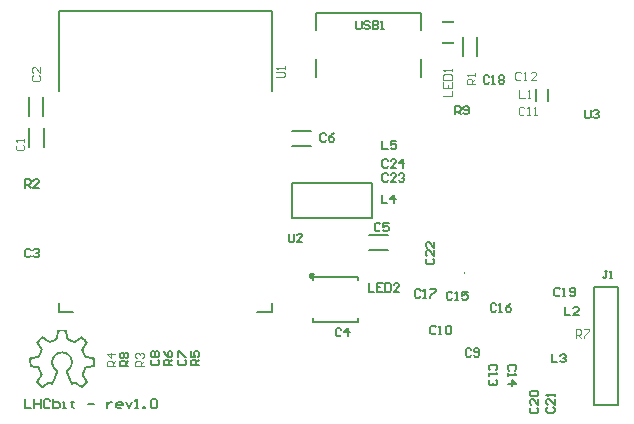
<source format=gto>
G04*
G04 #@! TF.GenerationSoftware,Altium Limited,Altium Designer,24.2.2 (26)*
G04*
G04 Layer_Color=65535*
%FSLAX43Y43*%
%MOMM*%
G71*
G04*
G04 #@! TF.SameCoordinates,64C95865-F52C-4F6A-8C26-E1CD83AD4D4F*
G04*
G04*
G04 #@! TF.FilePolarity,Positive*
G04*
G01*
G75*
%ADD10C,0.100*%
%ADD11C,0.200*%
%ADD12C,0.127*%
%ADD13C,0.254*%
%ADD14C,0.150*%
%ADD15C,0.120*%
%ADD16R,1.016X0.200*%
G36*
X4365Y17424D02*
X4429D01*
Y17415D01*
X4466D01*
Y17406D01*
X4502D01*
Y17397D01*
X4520D01*
Y17369D01*
X4529D01*
Y17342D01*
X4539D01*
Y17305D01*
X4548D01*
Y17269D01*
X4557D01*
Y17242D01*
X4566D01*
Y17196D01*
X4575D01*
Y17159D01*
X4584D01*
Y17105D01*
X4593D01*
Y17050D01*
X4602D01*
Y16995D01*
X4611D01*
Y16950D01*
X4621D01*
Y16904D01*
X4630D01*
Y16858D01*
X4639D01*
Y16813D01*
X4648D01*
Y16767D01*
X4657D01*
Y16722D01*
X4666D01*
Y16685D01*
X4675D01*
Y16676D01*
X4694D01*
Y16667D01*
X4712D01*
Y16658D01*
X4721D01*
Y16649D01*
X4739D01*
Y16640D01*
X4757D01*
Y16630D01*
X4776D01*
Y16621D01*
X4794D01*
Y16612D01*
X4812D01*
Y16603D01*
X4830D01*
Y16594D01*
X4858D01*
Y16585D01*
X4876D01*
Y16576D01*
X4903D01*
Y16567D01*
X4922D01*
Y16557D01*
X4949D01*
Y16548D01*
X4976D01*
Y16539D01*
X5004D01*
Y16530D01*
X5031D01*
Y16521D01*
X5058D01*
Y16512D01*
X5077D01*
Y16503D01*
X5104D01*
Y16494D01*
X5131D01*
Y16484D01*
X5150D01*
Y16475D01*
X5186D01*
Y16484D01*
X5204D01*
Y16494D01*
X5223D01*
Y16503D01*
X5232D01*
Y16512D01*
X5250D01*
Y16521D01*
X5268D01*
Y16530D01*
X5277D01*
Y16539D01*
X5296D01*
Y16548D01*
X5314D01*
Y16557D01*
X5323D01*
Y16567D01*
X5341D01*
Y16576D01*
X5350D01*
Y16585D01*
X5369D01*
Y16594D01*
X5378D01*
Y16603D01*
X5396D01*
Y16612D01*
X5405D01*
Y16621D01*
X5423D01*
Y16630D01*
X5432D01*
Y16640D01*
X5451D01*
Y16649D01*
X5460D01*
Y16658D01*
X5469D01*
Y16667D01*
X5487D01*
Y16676D01*
X5505D01*
Y16685D01*
X5524D01*
Y16694D01*
X5542D01*
Y16703D01*
X5551D01*
Y16712D01*
X5560D01*
Y16722D01*
X5578D01*
Y16731D01*
X5588D01*
Y16740D01*
X5597D01*
Y16749D01*
X5606D01*
Y16758D01*
X5624D01*
Y16767D01*
X5633D01*
Y16776D01*
X5642D01*
Y16785D01*
X5651D01*
Y16795D01*
X5660D01*
Y16804D01*
X5679D01*
Y16813D01*
X5688D01*
Y16822D01*
X5697D01*
Y16831D01*
X5715D01*
Y16840D01*
X5724D01*
Y16849D01*
X5743D01*
Y16858D01*
X5770D01*
Y16868D01*
X5834D01*
Y16858D01*
X5852D01*
Y16849D01*
X5861D01*
Y16840D01*
X5870D01*
Y16831D01*
X5879D01*
Y16822D01*
X5889D01*
Y16813D01*
X5898D01*
Y16804D01*
X5907D01*
Y16795D01*
X5916D01*
Y16785D01*
X5925D01*
Y16776D01*
X5934D01*
Y16767D01*
X5943D01*
Y16758D01*
X5952D01*
Y16749D01*
X5961D01*
Y16740D01*
X5971D01*
Y16731D01*
X5980D01*
Y16722D01*
X5989D01*
Y16712D01*
X5998D01*
Y16703D01*
X6007D01*
Y16694D01*
X6016D01*
Y16685D01*
X6025D01*
Y16676D01*
X6034D01*
Y16667D01*
X6044D01*
Y16658D01*
X6062D01*
Y16649D01*
X6071D01*
Y16640D01*
X6080D01*
Y16630D01*
X6089D01*
Y16621D01*
X6098D01*
Y16612D01*
X6107D01*
Y16603D01*
X6117D01*
Y16594D01*
X6126D01*
Y16585D01*
X6135D01*
Y16576D01*
X6144D01*
Y16567D01*
X6153D01*
Y16557D01*
X6162D01*
Y16548D01*
X6171D01*
Y16539D01*
X6180D01*
Y16530D01*
X6190D01*
Y16521D01*
X6199D01*
Y16512D01*
X6208D01*
Y16503D01*
X6217D01*
Y16494D01*
X6226D01*
Y16484D01*
X6235D01*
Y16466D01*
X6244D01*
Y16457D01*
X6253D01*
Y16448D01*
X6262D01*
Y16439D01*
X6272D01*
Y16430D01*
X6281D01*
Y16411D01*
X6290D01*
Y16402D01*
X6299D01*
Y16393D01*
X6308D01*
Y16375D01*
X6317D01*
Y16366D01*
X6326D01*
Y16348D01*
X6335D01*
Y16320D01*
X6326D01*
Y16311D01*
X6317D01*
Y16293D01*
X6308D01*
Y16275D01*
X6299D01*
Y16256D01*
X6290D01*
Y16247D01*
X6281D01*
Y16229D01*
X6272D01*
Y16220D01*
X6262D01*
Y16202D01*
X6253D01*
Y16183D01*
X6244D01*
Y16174D01*
X6235D01*
Y16156D01*
X6226D01*
Y16147D01*
X6217D01*
Y16129D01*
X6208D01*
Y16120D01*
X6199D01*
Y16101D01*
X6190D01*
Y16092D01*
X6180D01*
Y16074D01*
X6171D01*
Y16065D01*
X6162D01*
Y16047D01*
X6153D01*
Y16038D01*
X6144D01*
Y16028D01*
X6135D01*
Y16010D01*
X6126D01*
Y16001D01*
X6117D01*
Y15983D01*
X6107D01*
Y15974D01*
X6098D01*
Y15955D01*
X6089D01*
Y15946D01*
X6080D01*
Y15928D01*
X6071D01*
Y15919D01*
X6062D01*
Y15901D01*
X6053D01*
Y15882D01*
X6044D01*
Y15873D01*
X6034D01*
Y15855D01*
X6025D01*
Y15846D01*
X6016D01*
Y15828D01*
X6007D01*
Y15819D01*
X5998D01*
Y15800D01*
X5989D01*
Y15791D01*
X5980D01*
Y15782D01*
X5971D01*
Y15755D01*
X5961D01*
Y15718D01*
X5952D01*
Y15700D01*
X5961D01*
Y15654D01*
X5971D01*
Y15627D01*
X5980D01*
Y15600D01*
X5989D01*
Y15581D01*
X5998D01*
Y15563D01*
X6007D01*
Y15545D01*
X6016D01*
Y15527D01*
X6025D01*
Y15508D01*
X6034D01*
Y15481D01*
X6044D01*
Y15454D01*
X6053D01*
Y15426D01*
X6062D01*
Y15408D01*
X6071D01*
Y15381D01*
X6080D01*
Y15363D01*
X6089D01*
Y15344D01*
X6098D01*
Y15317D01*
X6107D01*
Y15308D01*
X6117D01*
Y15290D01*
X6126D01*
Y15271D01*
X6135D01*
Y15262D01*
X6144D01*
Y15253D01*
X6153D01*
Y15244D01*
X6162D01*
Y15235D01*
X6171D01*
Y15226D01*
X6180D01*
Y15217D01*
X6190D01*
Y15207D01*
X6199D01*
Y15198D01*
X6217D01*
Y15189D01*
X6244D01*
Y15180D01*
X6281D01*
Y15171D01*
X6317D01*
Y15162D01*
X6354D01*
Y15153D01*
X6408D01*
Y15144D01*
X6463D01*
Y15134D01*
X6509D01*
Y15125D01*
X6564D01*
Y15116D01*
X6618D01*
Y15107D01*
X6673D01*
Y15098D01*
X6719D01*
Y15089D01*
X6764D01*
Y15080D01*
X6792D01*
Y15071D01*
X6819D01*
Y15061D01*
X6837D01*
Y15052D01*
X6865D01*
Y15043D01*
X6883D01*
Y15034D01*
X6892D01*
Y14304D01*
X6883D01*
Y14295D01*
X6865D01*
Y14286D01*
X6837D01*
Y14277D01*
X6810D01*
Y14268D01*
X6773D01*
Y14259D01*
X6737D01*
Y14250D01*
X6700D01*
Y14241D01*
X6655D01*
Y14231D01*
X6600D01*
Y14222D01*
X6554D01*
Y14213D01*
X6500D01*
Y14204D01*
X6454D01*
Y14195D01*
X6408D01*
Y14186D01*
X6354D01*
Y14177D01*
X6308D01*
Y14168D01*
X6262D01*
Y14158D01*
X6217D01*
Y14149D01*
X6180D01*
Y14140D01*
X6171D01*
Y14122D01*
X6162D01*
Y14104D01*
X6153D01*
Y14085D01*
X6144D01*
Y14058D01*
X6135D01*
Y14040D01*
X6126D01*
Y14022D01*
X6117D01*
Y13994D01*
X6107D01*
Y13976D01*
X6098D01*
Y13949D01*
X6089D01*
Y13930D01*
X6080D01*
Y13903D01*
X6071D01*
Y13876D01*
X6062D01*
Y13857D01*
X6053D01*
Y13830D01*
X6044D01*
Y13794D01*
X6034D01*
Y13775D01*
X6025D01*
Y13748D01*
X6016D01*
Y13730D01*
X6007D01*
Y13711D01*
X5998D01*
Y13693D01*
X5989D01*
Y13666D01*
X5980D01*
Y13584D01*
X5989D01*
Y13547D01*
X5998D01*
Y13529D01*
X6007D01*
Y13511D01*
X6016D01*
Y13502D01*
X6025D01*
Y13483D01*
X6034D01*
Y13474D01*
X6044D01*
Y13456D01*
X6053D01*
Y13447D01*
X6062D01*
Y13429D01*
X6071D01*
Y13420D01*
X6080D01*
Y13401D01*
X6089D01*
Y13392D01*
X6098D01*
Y13374D01*
X6107D01*
Y13365D01*
X6117D01*
Y13347D01*
X6126D01*
Y13328D01*
X6135D01*
Y13310D01*
X6144D01*
Y13301D01*
X6153D01*
Y13292D01*
X6162D01*
Y13274D01*
X6171D01*
Y13265D01*
X6180D01*
Y13246D01*
X6190D01*
Y13237D01*
X6199D01*
Y13228D01*
X6208D01*
Y13210D01*
X6217D01*
Y13201D01*
X6226D01*
Y13192D01*
X6235D01*
Y13173D01*
X6244D01*
Y13164D01*
X6253D01*
Y13146D01*
X6262D01*
Y13137D01*
X6272D01*
Y13119D01*
X6281D01*
Y13109D01*
X6290D01*
Y13091D01*
X6299D01*
Y13073D01*
X6308D01*
Y13055D01*
X6317D01*
Y13027D01*
X6326D01*
Y13000D01*
X6335D01*
Y12973D01*
X6326D01*
Y12964D01*
X6317D01*
Y12954D01*
X6308D01*
Y12945D01*
X6299D01*
Y12936D01*
X6290D01*
Y12918D01*
X6281D01*
Y12909D01*
X6272D01*
Y12900D01*
X6262D01*
Y12891D01*
X6253D01*
Y12881D01*
X6244D01*
Y12872D01*
X6235D01*
Y12863D01*
X6226D01*
Y12854D01*
X6217D01*
Y12845D01*
X6208D01*
Y12836D01*
X6199D01*
Y12818D01*
X6190D01*
Y12808D01*
X6180D01*
Y12799D01*
X6171D01*
Y12790D01*
X6162D01*
Y12781D01*
X6153D01*
Y12772D01*
X6144D01*
Y12763D01*
X6135D01*
Y12754D01*
X6126D01*
Y12745D01*
X6117D01*
Y12735D01*
X6107D01*
Y12726D01*
X6098D01*
Y12717D01*
X6089D01*
Y12708D01*
X6080D01*
Y12699D01*
X6071D01*
Y12690D01*
X6062D01*
Y12681D01*
X6053D01*
Y12672D01*
X6044D01*
Y12663D01*
X6034D01*
Y12653D01*
X6025D01*
Y12644D01*
X6016D01*
Y12635D01*
X6007D01*
Y12626D01*
X5998D01*
Y12617D01*
X5989D01*
Y12608D01*
X5980D01*
Y12599D01*
X5961D01*
Y12590D01*
X5952D01*
Y12580D01*
X5943D01*
Y12571D01*
X5934D01*
Y12562D01*
X5925D01*
Y12553D01*
X5916D01*
Y12544D01*
X5907D01*
Y12535D01*
X5889D01*
Y12526D01*
X5879D01*
Y12517D01*
X5870D01*
Y12507D01*
X5852D01*
Y12498D01*
X5843D01*
Y12489D01*
X5834D01*
Y12480D01*
X5825D01*
Y12471D01*
X5806D01*
Y12480D01*
X5788D01*
Y12489D01*
X5770D01*
Y12498D01*
X5752D01*
Y12507D01*
X5733D01*
Y12517D01*
X5715D01*
Y12526D01*
X5706D01*
Y12535D01*
X5688D01*
Y12544D01*
X5670D01*
Y12553D01*
X5660D01*
Y12562D01*
X5642D01*
Y12571D01*
X5624D01*
Y12580D01*
X5615D01*
Y12590D01*
X5597D01*
Y12599D01*
X5588D01*
Y12608D01*
X5578D01*
Y12617D01*
X5560D01*
Y12626D01*
X5551D01*
Y12635D01*
X5533D01*
Y12644D01*
X5524D01*
Y12653D01*
X5505D01*
Y12663D01*
X5496D01*
Y12672D01*
X5478D01*
Y12681D01*
X5469D01*
Y12690D01*
X5460D01*
Y12699D01*
X5442D01*
Y12708D01*
X5432D01*
Y12717D01*
X5414D01*
Y12726D01*
X5405D01*
Y12735D01*
X5387D01*
Y12745D01*
X5378D01*
Y12754D01*
X5359D01*
Y12763D01*
X5350D01*
Y12772D01*
X5332D01*
Y12781D01*
X5323D01*
Y12790D01*
X5314D01*
Y12799D01*
X5305D01*
Y12808D01*
X5296D01*
Y12818D01*
X5277D01*
Y12827D01*
X5250D01*
Y12836D01*
X5223D01*
Y12827D01*
X5186D01*
Y12818D01*
X5159D01*
Y12808D01*
X5141D01*
Y12799D01*
X5122D01*
Y12790D01*
X5104D01*
Y12781D01*
X5086D01*
Y12772D01*
X5068D01*
Y12763D01*
X5049D01*
Y12754D01*
X5031D01*
Y12745D01*
X5004D01*
Y12735D01*
X4931D01*
Y12745D01*
X4922D01*
Y12763D01*
X4912D01*
Y12781D01*
X4903D01*
Y12799D01*
X4894D01*
Y12808D01*
X4885D01*
Y12827D01*
X4876D01*
Y12845D01*
X4867D01*
Y12863D01*
X4858D01*
Y12881D01*
X4849D01*
Y12900D01*
X4840D01*
Y12918D01*
X4830D01*
Y12945D01*
X4821D01*
Y12964D01*
X4812D01*
Y12982D01*
X4803D01*
Y13000D01*
X4794D01*
Y13027D01*
X4785D01*
Y13046D01*
X4776D01*
Y13073D01*
X4767D01*
Y13091D01*
X4757D01*
Y13119D01*
X4748D01*
Y13137D01*
X4739D01*
Y13164D01*
X4730D01*
Y13192D01*
X4721D01*
Y13210D01*
X4712D01*
Y13237D01*
X4703D01*
Y13255D01*
X4694D01*
Y13283D01*
X4684D01*
Y13301D01*
X4675D01*
Y13319D01*
X4666D01*
Y13347D01*
X4657D01*
Y13365D01*
X4648D01*
Y13383D01*
X4639D01*
Y13410D01*
X4630D01*
Y13438D01*
X4621D01*
Y13456D01*
X4611D01*
Y13483D01*
X4602D01*
Y13502D01*
X4593D01*
Y13529D01*
X4584D01*
Y13547D01*
X4575D01*
Y13566D01*
X4566D01*
Y13584D01*
X4557D01*
Y13602D01*
X4548D01*
Y13629D01*
X4539D01*
Y13648D01*
X4529D01*
Y13666D01*
X4520D01*
Y13684D01*
X4511D01*
Y13711D01*
X4502D01*
Y13730D01*
X4493D01*
Y13757D01*
X4484D01*
Y13775D01*
X4475D01*
Y13794D01*
X4466D01*
Y13821D01*
X4456D01*
Y13857D01*
X4447D01*
Y13894D01*
X4438D01*
Y13958D01*
X4447D01*
Y13967D01*
X4456D01*
Y13976D01*
X4475D01*
Y13985D01*
X4484D01*
Y13994D01*
X4502D01*
Y14003D01*
X4511D01*
Y14012D01*
X4529D01*
Y14022D01*
X4539D01*
Y14031D01*
X4548D01*
Y14040D01*
X4566D01*
Y14049D01*
X4575D01*
Y14058D01*
X4584D01*
Y14067D01*
X4593D01*
Y14076D01*
X4602D01*
Y14085D01*
X4611D01*
Y14095D01*
X4621D01*
Y14104D01*
X4630D01*
Y14113D01*
X4639D01*
Y14122D01*
X4648D01*
Y14131D01*
X4657D01*
Y14140D01*
X4666D01*
Y14149D01*
X4675D01*
Y14158D01*
X4684D01*
Y14168D01*
X4694D01*
Y14177D01*
X4703D01*
Y14186D01*
X4712D01*
Y14204D01*
X4721D01*
Y14213D01*
X4730D01*
Y14222D01*
X4739D01*
Y14241D01*
X4748D01*
Y14250D01*
X4757D01*
Y14268D01*
X4767D01*
Y14277D01*
X4776D01*
Y14295D01*
X4785D01*
Y14314D01*
X4794D01*
Y14323D01*
X4803D01*
Y14341D01*
X4812D01*
Y14359D01*
X4821D01*
Y14377D01*
X4830D01*
Y14405D01*
X4840D01*
Y14432D01*
X4849D01*
Y14459D01*
X4858D01*
Y14496D01*
X4867D01*
Y14542D01*
X4876D01*
Y14605D01*
X4885D01*
Y14706D01*
X4876D01*
Y14815D01*
X4867D01*
Y14861D01*
X4858D01*
Y14888D01*
X4849D01*
Y14925D01*
X4840D01*
Y14952D01*
X4830D01*
Y14970D01*
X4821D01*
Y14989D01*
X4812D01*
Y15007D01*
X4803D01*
Y15025D01*
X4794D01*
Y15043D01*
X4785D01*
Y15052D01*
X4776D01*
Y15071D01*
X4767D01*
Y15089D01*
X4757D01*
Y15098D01*
X4748D01*
Y15107D01*
X4739D01*
Y15116D01*
X4730D01*
Y15134D01*
X4721D01*
Y15144D01*
X4712D01*
Y15153D01*
X4703D01*
Y15162D01*
X4694D01*
Y15171D01*
X4684D01*
Y15180D01*
X4675D01*
Y15189D01*
X4666D01*
Y15198D01*
X4657D01*
Y15207D01*
X4648D01*
Y15217D01*
X4639D01*
Y15226D01*
X4630D01*
Y15235D01*
X4611D01*
Y15244D01*
X4602D01*
Y15253D01*
X4593D01*
Y15262D01*
X4584D01*
Y15271D01*
X4566D01*
Y15280D01*
X4548D01*
Y15290D01*
X4539D01*
Y15299D01*
X4520D01*
Y15308D01*
X4502D01*
Y15317D01*
X4493D01*
Y15326D01*
X4475D01*
Y15335D01*
X4456D01*
Y15344D01*
X4438D01*
Y15353D01*
X4411D01*
Y15363D01*
X4383D01*
Y15372D01*
X4356D01*
Y15381D01*
X4329D01*
Y15390D01*
X4292D01*
Y15399D01*
X4247D01*
Y15408D01*
X4165D01*
Y15417D01*
X4073D01*
Y15408D01*
X4009D01*
Y15399D01*
X3964D01*
Y15390D01*
X3927D01*
Y15381D01*
X3891D01*
Y15372D01*
X3864D01*
Y15363D01*
X3836D01*
Y15353D01*
X3818D01*
Y15344D01*
X3791D01*
Y15335D01*
X3772D01*
Y15326D01*
X3763D01*
Y15317D01*
X3745D01*
Y15308D01*
X3727D01*
Y15299D01*
X3718D01*
Y15290D01*
X3699D01*
Y15280D01*
X3690D01*
Y15271D01*
X3681D01*
Y15262D01*
X3663D01*
Y15253D01*
X3654D01*
Y15244D01*
X3645D01*
Y15235D01*
X3635D01*
Y15226D01*
X3626D01*
Y15217D01*
X3617D01*
Y15207D01*
X3608D01*
Y15198D01*
X3599D01*
Y15189D01*
X3590D01*
Y15180D01*
X3581D01*
Y15171D01*
X3572D01*
Y15162D01*
X3562D01*
Y15144D01*
X3553D01*
Y15134D01*
X3544D01*
Y15125D01*
X3535D01*
Y15107D01*
X3526D01*
Y15098D01*
X3517D01*
Y15080D01*
X3508D01*
Y15061D01*
X3499D01*
Y15052D01*
X3490D01*
Y15034D01*
X3480D01*
Y15016D01*
X3471D01*
Y14998D01*
X3462D01*
Y14979D01*
X3453D01*
Y14952D01*
X3444D01*
Y14925D01*
X3435D01*
Y14897D01*
X3426D01*
Y14879D01*
X3417D01*
Y14843D01*
X3407D01*
Y14797D01*
X3398D01*
Y14715D01*
X3389D01*
Y14697D01*
X3398D01*
Y14678D01*
X3389D01*
Y14633D01*
X3398D01*
Y14532D01*
X3407D01*
Y14478D01*
X3417D01*
Y14450D01*
X3426D01*
Y14423D01*
X3435D01*
Y14396D01*
X3444D01*
Y14368D01*
X3453D01*
Y14341D01*
X3462D01*
Y14323D01*
X3471D01*
Y14304D01*
X3480D01*
Y14286D01*
X3490D01*
Y14277D01*
X3499D01*
Y14259D01*
X3508D01*
Y14250D01*
X3517D01*
Y14231D01*
X3526D01*
Y14222D01*
X3535D01*
Y14213D01*
X3544D01*
Y14204D01*
X3553D01*
Y14195D01*
X3562D01*
Y14186D01*
X3572D01*
Y14177D01*
X3581D01*
Y14168D01*
X3590D01*
Y14158D01*
X3599D01*
Y14149D01*
X3608D01*
Y14140D01*
X3617D01*
Y14131D01*
X3626D01*
Y14122D01*
X3635D01*
Y14113D01*
X3645D01*
Y14104D01*
X3654D01*
Y14095D01*
X3663D01*
Y14085D01*
X3672D01*
Y14076D01*
X3681D01*
Y14067D01*
X3690D01*
Y14058D01*
X3708D01*
Y14049D01*
X3718D01*
Y14040D01*
X3727D01*
Y14031D01*
X3736D01*
Y14022D01*
X3745D01*
Y14012D01*
X3754D01*
Y14003D01*
X3763D01*
Y13994D01*
X3772D01*
Y13985D01*
X3791D01*
Y13967D01*
X3809D01*
Y13958D01*
X3818D01*
Y13940D01*
X3836D01*
Y13921D01*
X3827D01*
Y13894D01*
X3818D01*
Y13867D01*
X3809D01*
Y13830D01*
X3800D01*
Y13803D01*
X3791D01*
Y13775D01*
X3781D01*
Y13757D01*
X3772D01*
Y13730D01*
X3763D01*
Y13702D01*
X3754D01*
Y13684D01*
X3745D01*
Y13657D01*
X3736D01*
Y13639D01*
X3727D01*
Y13611D01*
X3718D01*
Y13584D01*
X3708D01*
Y13566D01*
X3699D01*
Y13538D01*
X3690D01*
Y13520D01*
X3681D01*
Y13502D01*
X3672D01*
Y13474D01*
X3663D01*
Y13456D01*
X3654D01*
Y13429D01*
X3645D01*
Y13410D01*
X3635D01*
Y13383D01*
X3626D01*
Y13365D01*
X3617D01*
Y13347D01*
X3608D01*
Y13328D01*
X3599D01*
Y13301D01*
X3590D01*
Y13283D01*
X3581D01*
Y13255D01*
X3572D01*
Y13237D01*
X3562D01*
Y13219D01*
X3553D01*
Y13201D01*
X3544D01*
Y13173D01*
X3535D01*
Y13155D01*
X3526D01*
Y13128D01*
X3517D01*
Y13109D01*
X3508D01*
Y13091D01*
X3499D01*
Y13064D01*
X3490D01*
Y13046D01*
X3480D01*
Y13018D01*
X3471D01*
Y13000D01*
X3462D01*
Y12973D01*
X3453D01*
Y12954D01*
X3444D01*
Y12927D01*
X3435D01*
Y12909D01*
X3426D01*
Y12900D01*
X3417D01*
Y12872D01*
X3407D01*
Y12845D01*
X3398D01*
Y12818D01*
X3389D01*
Y12790D01*
X3380D01*
Y12772D01*
X3371D01*
Y12754D01*
X3362D01*
Y12745D01*
X3353D01*
Y12735D01*
X3344D01*
Y12726D01*
X3334D01*
Y12717D01*
X3289D01*
Y12726D01*
X3261D01*
Y12735D01*
X3243D01*
Y12745D01*
X3225D01*
Y12754D01*
X3207D01*
Y12763D01*
X3198D01*
Y12772D01*
X3179D01*
Y12781D01*
X3170D01*
Y12790D01*
X3152D01*
Y12799D01*
X3134D01*
Y12808D01*
X3125D01*
Y12818D01*
X3106D01*
Y12827D01*
X3070D01*
Y12836D01*
X3043D01*
Y12827D01*
X3015D01*
Y12818D01*
X3006D01*
Y12808D01*
X2988D01*
Y12799D01*
X2979D01*
Y12790D01*
X2960D01*
Y12781D01*
X2942D01*
Y12772D01*
X2924D01*
Y12763D01*
X2915D01*
Y12754D01*
X2897D01*
Y12745D01*
X2888D01*
Y12735D01*
X2869D01*
Y12726D01*
X2860D01*
Y12717D01*
X2842D01*
Y12708D01*
X2833D01*
Y12699D01*
X2815D01*
Y12690D01*
X2805D01*
Y12681D01*
X2796D01*
Y12672D01*
X2778D01*
Y12663D01*
X2769D01*
Y12653D01*
X2760D01*
Y12644D01*
X2742D01*
Y12635D01*
X2732D01*
Y12626D01*
X2714D01*
Y12617D01*
X2705D01*
Y12608D01*
X2687D01*
Y12599D01*
X2678D01*
Y12590D01*
X2659D01*
Y12580D01*
X2650D01*
Y12571D01*
X2632D01*
Y12562D01*
X2623D01*
Y12553D01*
X2605D01*
Y12544D01*
X2586D01*
Y12535D01*
X2577D01*
Y12526D01*
X2559D01*
Y12517D01*
X2541D01*
Y12507D01*
X2523D01*
Y12498D01*
X2495D01*
Y12489D01*
X2477D01*
Y12480D01*
X2441D01*
Y12489D01*
X2431D01*
Y12498D01*
X2422D01*
Y12507D01*
X2413D01*
Y12517D01*
X2404D01*
Y12526D01*
X2395D01*
Y12535D01*
X2377D01*
Y12544D01*
X2368D01*
Y12553D01*
X2358D01*
Y12562D01*
X2349D01*
Y12571D01*
X2340D01*
Y12580D01*
X2331D01*
Y12590D01*
X2322D01*
Y12599D01*
X2313D01*
Y12608D01*
X2304D01*
Y12617D01*
X2295D01*
Y12626D01*
X2285D01*
Y12635D01*
X2276D01*
Y12644D01*
X2258D01*
Y12653D01*
X2249D01*
Y12663D01*
X2240D01*
Y12672D01*
X2231D01*
Y12681D01*
X2222D01*
Y12690D01*
X2213D01*
Y12699D01*
X2203D01*
Y12708D01*
X2194D01*
Y12717D01*
X2185D01*
Y12726D01*
X2176D01*
Y12735D01*
X2167D01*
Y12745D01*
X2158D01*
Y12754D01*
X2149D01*
Y12763D01*
X2140D01*
Y12772D01*
X2130D01*
Y12781D01*
X2121D01*
Y12790D01*
X2112D01*
Y12799D01*
X2103D01*
Y12818D01*
X2085D01*
Y12836D01*
X2076D01*
Y12845D01*
X2067D01*
Y12854D01*
X2057D01*
Y12863D01*
X2048D01*
Y12872D01*
X2039D01*
Y12881D01*
X2030D01*
Y12891D01*
X2021D01*
Y12900D01*
X2012D01*
Y12909D01*
X2003D01*
Y12918D01*
X1994D01*
Y12927D01*
X1984D01*
Y12936D01*
X1975D01*
Y12945D01*
X1966D01*
Y12954D01*
X1957D01*
Y12964D01*
X1948D01*
Y12973D01*
X1939D01*
Y12982D01*
X1930D01*
Y13000D01*
X1939D01*
Y13018D01*
X1948D01*
Y13046D01*
X1957D01*
Y13064D01*
X1966D01*
Y13073D01*
X1975D01*
Y13091D01*
X1984D01*
Y13109D01*
X1994D01*
Y13119D01*
X2003D01*
Y13137D01*
X2012D01*
Y13146D01*
X2021D01*
Y13164D01*
X2030D01*
Y13173D01*
X2039D01*
Y13192D01*
X2048D01*
Y13201D01*
X2057D01*
Y13219D01*
X2067D01*
Y13228D01*
X2076D01*
Y13246D01*
X2085D01*
Y13255D01*
X2094D01*
Y13265D01*
X2103D01*
Y13283D01*
X2112D01*
Y13292D01*
X2121D01*
Y13310D01*
X2130D01*
Y13319D01*
X2140D01*
Y13337D01*
X2149D01*
Y13347D01*
X2158D01*
Y13356D01*
X2167D01*
Y13374D01*
X2176D01*
Y13383D01*
X2185D01*
Y13392D01*
X2194D01*
Y13410D01*
X2203D01*
Y13420D01*
X2213D01*
Y13438D01*
X2222D01*
Y13447D01*
X2231D01*
Y13465D01*
X2240D01*
Y13483D01*
X2249D01*
Y13493D01*
X2258D01*
Y13511D01*
X2267D01*
Y13520D01*
X2276D01*
Y13529D01*
X2285D01*
Y13556D01*
X2295D01*
Y13648D01*
X2285D01*
Y13684D01*
X2276D01*
Y13711D01*
X2267D01*
Y13730D01*
X2258D01*
Y13748D01*
X2249D01*
Y13775D01*
X2240D01*
Y13794D01*
X2231D01*
Y13812D01*
X2222D01*
Y13839D01*
X2213D01*
Y13867D01*
X2203D01*
Y13894D01*
X2194D01*
Y13912D01*
X2185D01*
Y13940D01*
X2176D01*
Y13967D01*
X2167D01*
Y13994D01*
X2158D01*
Y14012D01*
X2149D01*
Y14040D01*
X2140D01*
Y14058D01*
X2130D01*
Y14085D01*
X2121D01*
Y14095D01*
X2112D01*
Y14113D01*
X2103D01*
Y14122D01*
X2094D01*
Y14131D01*
X2085D01*
Y14140D01*
X2067D01*
Y14149D01*
X2048D01*
Y14158D01*
X2003D01*
Y14168D01*
X1957D01*
Y14177D01*
X1921D01*
Y14186D01*
X1875D01*
Y14195D01*
X1829D01*
Y14204D01*
X1775D01*
Y14213D01*
X1720D01*
Y14222D01*
X1674D01*
Y14231D01*
X1610D01*
Y14241D01*
X1565D01*
Y14250D01*
X1528D01*
Y14259D01*
X1492D01*
Y14268D01*
X1465D01*
Y14277D01*
X1437D01*
Y14286D01*
X1419D01*
Y14295D01*
X1401D01*
Y14304D01*
X1392D01*
Y14624D01*
X1382D01*
Y15043D01*
X1392D01*
Y15052D01*
X1419D01*
Y15061D01*
X1446D01*
Y15071D01*
X1474D01*
Y15080D01*
X1510D01*
Y15089D01*
X1547D01*
Y15098D01*
X1592D01*
Y15107D01*
X1638D01*
Y15116D01*
X1693D01*
Y15125D01*
X1738D01*
Y15134D01*
X1784D01*
Y15144D01*
X1839D01*
Y15153D01*
X1893D01*
Y15162D01*
X1939D01*
Y15171D01*
X1966D01*
Y15180D01*
X2003D01*
Y15189D01*
X2039D01*
Y15198D01*
X2067D01*
Y15207D01*
X2094D01*
Y15217D01*
X2103D01*
Y15226D01*
X2112D01*
Y15244D01*
X2121D01*
Y15253D01*
X2130D01*
Y15271D01*
X2140D01*
Y15280D01*
X2149D01*
Y15299D01*
X2158D01*
Y15317D01*
X2167D01*
Y15335D01*
X2176D01*
Y15353D01*
X2185D01*
Y15372D01*
X2194D01*
Y15390D01*
X2203D01*
Y15417D01*
X2213D01*
Y15435D01*
X2222D01*
Y15454D01*
X2231D01*
Y15472D01*
X2240D01*
Y15499D01*
X2249D01*
Y15518D01*
X2258D01*
Y15545D01*
X2267D01*
Y15572D01*
X2276D01*
Y15591D01*
X2285D01*
Y15618D01*
X2295D01*
Y15636D01*
X2304D01*
Y15664D01*
X2313D01*
Y15682D01*
X2322D01*
Y15700D01*
X2331D01*
Y15718D01*
X2340D01*
Y15727D01*
X2331D01*
Y15746D01*
X2322D01*
Y15755D01*
X2313D01*
Y15773D01*
X2304D01*
Y15782D01*
X2295D01*
Y15800D01*
X2285D01*
Y15809D01*
X2276D01*
Y15828D01*
X2267D01*
Y15837D01*
X2258D01*
Y15855D01*
X2249D01*
Y15864D01*
X2240D01*
Y15882D01*
X2231D01*
Y15892D01*
X2222D01*
Y15901D01*
X2213D01*
Y15919D01*
X2203D01*
Y15928D01*
X2194D01*
Y15946D01*
X2185D01*
Y15955D01*
X2176D01*
Y15974D01*
X2167D01*
Y15983D01*
X2158D01*
Y15992D01*
X2149D01*
Y16010D01*
X2140D01*
Y16019D01*
X2130D01*
Y16038D01*
X2121D01*
Y16047D01*
X2112D01*
Y16065D01*
X2103D01*
Y16074D01*
X2094D01*
Y16092D01*
X2085D01*
Y16101D01*
X2076D01*
Y16110D01*
X2067D01*
Y16129D01*
X2057D01*
Y16138D01*
X2048D01*
Y16156D01*
X2039D01*
Y16165D01*
X2030D01*
Y16183D01*
X2021D01*
Y16193D01*
X2012D01*
Y16211D01*
X2003D01*
Y16220D01*
X1994D01*
Y16238D01*
X1984D01*
Y16256D01*
X1975D01*
Y16266D01*
X1966D01*
Y16284D01*
X1957D01*
Y16293D01*
X1948D01*
Y16311D01*
X1939D01*
Y16329D01*
X1930D01*
Y16339D01*
X1939D01*
Y16357D01*
X1948D01*
Y16366D01*
X1957D01*
Y16384D01*
X1966D01*
Y16393D01*
X1975D01*
Y16402D01*
X1984D01*
Y16411D01*
X1994D01*
Y16421D01*
X2003D01*
Y16430D01*
X2012D01*
Y16448D01*
X2021D01*
Y16457D01*
X2030D01*
Y16466D01*
X2039D01*
Y16475D01*
X2048D01*
Y16484D01*
X2057D01*
Y16494D01*
X2067D01*
Y16503D01*
X2076D01*
Y16512D01*
X2085D01*
Y16521D01*
X2094D01*
Y16530D01*
X2103D01*
Y16539D01*
X2112D01*
Y16548D01*
X2130D01*
Y16557D01*
X2140D01*
Y16567D01*
X2149D01*
Y16576D01*
X2158D01*
Y16585D01*
X2167D01*
Y16594D01*
X2176D01*
Y16603D01*
X2185D01*
Y16612D01*
X2194D01*
Y16621D01*
X2203D01*
Y16630D01*
X2213D01*
Y16640D01*
X2222D01*
Y16649D01*
X2231D01*
Y16658D01*
X2240D01*
Y16667D01*
X2249D01*
Y16676D01*
X2258D01*
Y16685D01*
X2267D01*
Y16694D01*
X2276D01*
Y16703D01*
X2285D01*
Y16712D01*
X2295D01*
Y16722D01*
X2304D01*
Y16731D01*
X2313D01*
Y16749D01*
X2322D01*
Y16758D01*
X2331D01*
Y16767D01*
X2340D01*
Y16776D01*
X2349D01*
Y16785D01*
X2358D01*
Y16795D01*
X2368D01*
Y16804D01*
X2377D01*
Y16813D01*
X2386D01*
Y16822D01*
X2395D01*
Y16831D01*
X2413D01*
Y16840D01*
X2431D01*
Y16849D01*
X2450D01*
Y16858D01*
X2532D01*
Y16849D01*
X2559D01*
Y16840D01*
X2577D01*
Y16831D01*
X2586D01*
Y16822D01*
X2596D01*
Y16813D01*
X2605D01*
Y16804D01*
X2623D01*
Y16785D01*
X2632D01*
Y16776D01*
X2641D01*
Y16767D01*
X2659D01*
Y16758D01*
X2669D01*
Y16749D01*
X2687D01*
Y16740D01*
X2705D01*
Y16731D01*
X2714D01*
Y16722D01*
X2723D01*
Y16712D01*
X2742D01*
Y16703D01*
X2751D01*
Y16694D01*
X2769D01*
Y16685D01*
X2778D01*
Y16676D01*
X2787D01*
Y16667D01*
X2805D01*
Y16658D01*
X2815D01*
Y16649D01*
X2824D01*
Y16640D01*
X2833D01*
Y16630D01*
X2851D01*
Y16621D01*
X2860D01*
Y16612D01*
X2869D01*
Y16603D01*
X2888D01*
Y16594D01*
X2897D01*
Y16585D01*
X2906D01*
Y16576D01*
X2924D01*
Y16567D01*
X2933D01*
Y16557D01*
X2951D01*
Y16548D01*
X2970D01*
Y16539D01*
X2979D01*
Y16530D01*
X2997D01*
Y16521D01*
X3024D01*
Y16512D01*
X3043D01*
Y16503D01*
X3079D01*
Y16494D01*
X3125D01*
Y16484D01*
X3134D01*
Y16494D01*
X3161D01*
Y16503D01*
X3198D01*
Y16512D01*
X3225D01*
Y16521D01*
X3252D01*
Y16530D01*
X3280D01*
Y16539D01*
X3307D01*
Y16548D01*
X3334D01*
Y16557D01*
X3353D01*
Y16567D01*
X3380D01*
Y16576D01*
X3398D01*
Y16585D01*
X3417D01*
Y16594D01*
X3435D01*
Y16603D01*
X3453D01*
Y16612D01*
X3471D01*
Y16621D01*
X3490D01*
Y16630D01*
X3508D01*
Y16640D01*
X3526D01*
Y16649D01*
X3544D01*
Y16658D01*
X3553D01*
Y16667D01*
X3562D01*
Y16676D01*
X3581D01*
Y16685D01*
X3590D01*
Y16703D01*
X3599D01*
Y16731D01*
X3608D01*
Y16749D01*
X3617D01*
Y16776D01*
X3626D01*
Y16813D01*
X3635D01*
Y16840D01*
X3645D01*
Y16877D01*
X3654D01*
Y16922D01*
X3663D01*
Y16968D01*
X3672D01*
Y17023D01*
X3681D01*
Y17086D01*
X3690D01*
Y17141D01*
X3699D01*
Y17196D01*
X3708D01*
Y17251D01*
X3718D01*
Y17305D01*
X3727D01*
Y17351D01*
X3736D01*
Y17397D01*
X3745D01*
Y17406D01*
X3754D01*
Y17415D01*
X3772D01*
Y17424D01*
X3800D01*
Y17433D01*
X3900D01*
Y17424D01*
X4192D01*
Y17433D01*
X4365D01*
Y17424D01*
D02*
G37*
%LPC*%
G36*
X4274Y17269D02*
X3991D01*
Y17260D01*
X3927D01*
Y17251D01*
X3900D01*
Y17242D01*
X3891D01*
Y17232D01*
X3882D01*
Y17214D01*
X3873D01*
Y17178D01*
X3864D01*
Y17141D01*
X3854D01*
Y17096D01*
X3845D01*
Y17032D01*
X3836D01*
Y16968D01*
X3827D01*
Y16922D01*
X3818D01*
Y16886D01*
X3809D01*
Y16849D01*
X3800D01*
Y16804D01*
X3791D01*
Y16749D01*
X3781D01*
Y16694D01*
X3772D01*
Y16658D01*
X3763D01*
Y16621D01*
X3754D01*
Y16603D01*
X3745D01*
Y16585D01*
X3736D01*
Y16567D01*
X3727D01*
Y16557D01*
X3718D01*
Y16548D01*
X3708D01*
Y16539D01*
X3690D01*
Y16530D01*
X3672D01*
Y16521D01*
X3645D01*
Y16512D01*
X3626D01*
Y16503D01*
X3599D01*
Y16494D01*
X3581D01*
Y16484D01*
X3562D01*
Y16475D01*
X3535D01*
Y16466D01*
X3517D01*
Y16457D01*
X3490D01*
Y16448D01*
X3471D01*
Y16439D01*
X3453D01*
Y16430D01*
X3435D01*
Y16421D01*
X3417D01*
Y16411D01*
X3398D01*
Y16402D01*
X3371D01*
Y16393D01*
X3353D01*
Y16384D01*
X3334D01*
Y16375D01*
X3307D01*
Y16366D01*
X3289D01*
Y16357D01*
X3271D01*
Y16348D01*
X3243D01*
Y16339D01*
X3225D01*
Y16329D01*
X3198D01*
Y16320D01*
X3179D01*
Y16311D01*
X3152D01*
Y16302D01*
X3134D01*
Y16293D01*
X3106D01*
Y16284D01*
X3097D01*
Y16293D01*
X3070D01*
Y16302D01*
X3052D01*
Y16311D01*
X3033D01*
Y16320D01*
X3015D01*
Y16329D01*
X2997D01*
Y16339D01*
X2979D01*
Y16348D01*
X2960D01*
Y16357D01*
X2951D01*
Y16366D01*
X2933D01*
Y16375D01*
X2915D01*
Y16384D01*
X2906D01*
Y16393D01*
X2888D01*
Y16402D01*
X2878D01*
Y16411D01*
X2860D01*
Y16421D01*
X2851D01*
Y16430D01*
X2833D01*
Y16439D01*
X2824D01*
Y16448D01*
X2815D01*
Y16457D01*
X2796D01*
Y16466D01*
X2787D01*
Y16475D01*
X2769D01*
Y16484D01*
X2760D01*
Y16494D01*
X2751D01*
Y16503D01*
X2732D01*
Y16512D01*
X2723D01*
Y16521D01*
X2714D01*
Y16530D01*
X2696D01*
Y16539D01*
X2687D01*
Y16548D01*
X2669D01*
Y16557D01*
X2659D01*
Y16567D01*
X2650D01*
Y16576D01*
X2632D01*
Y16585D01*
X2623D01*
Y16594D01*
X2605D01*
Y16603D01*
X2596D01*
Y16612D01*
X2577D01*
Y16621D01*
X2559D01*
Y16630D01*
X2550D01*
Y16640D01*
X2532D01*
Y16649D01*
X2514D01*
Y16658D01*
X2486D01*
Y16649D01*
X2468D01*
Y16640D01*
X2459D01*
Y16630D01*
X2441D01*
Y16621D01*
X2431D01*
Y16612D01*
X2413D01*
Y16603D01*
X2404D01*
Y16594D01*
X2395D01*
Y16585D01*
X2377D01*
Y16576D01*
X2368D01*
Y16567D01*
X2358D01*
Y16557D01*
X2349D01*
Y16548D01*
X2340D01*
Y16539D01*
X2331D01*
Y16530D01*
X2322D01*
Y16521D01*
X2313D01*
Y16512D01*
X2304D01*
Y16503D01*
X2295D01*
Y16494D01*
X2285D01*
Y16484D01*
X2276D01*
Y16475D01*
X2267D01*
Y16466D01*
X2258D01*
Y16457D01*
X2249D01*
Y16448D01*
X2240D01*
Y16430D01*
X2231D01*
Y16421D01*
X2222D01*
Y16411D01*
X2213D01*
Y16402D01*
X2203D01*
Y16393D01*
X2194D01*
Y16384D01*
X2185D01*
Y16366D01*
X2176D01*
Y16357D01*
X2167D01*
Y16348D01*
X2158D01*
Y16339D01*
X2149D01*
Y16320D01*
X2158D01*
Y16302D01*
X2167D01*
Y16284D01*
X2176D01*
Y16266D01*
X2185D01*
Y16247D01*
X2194D01*
Y16229D01*
X2203D01*
Y16220D01*
X2213D01*
Y16202D01*
X2222D01*
Y16183D01*
X2231D01*
Y16165D01*
X2240D01*
Y16156D01*
X2249D01*
Y16138D01*
X2258D01*
Y16129D01*
X2267D01*
Y16110D01*
X2276D01*
Y16101D01*
X2285D01*
Y16083D01*
X2295D01*
Y16074D01*
X2304D01*
Y16056D01*
X2313D01*
Y16047D01*
X2322D01*
Y16028D01*
X2331D01*
Y16019D01*
X2340D01*
Y16001D01*
X2349D01*
Y15992D01*
X2358D01*
Y15974D01*
X2368D01*
Y15965D01*
X2377D01*
Y15955D01*
X2386D01*
Y15937D01*
X2395D01*
Y15928D01*
X2404D01*
Y15910D01*
X2413D01*
Y15901D01*
X2422D01*
Y15882D01*
X2431D01*
Y15873D01*
X2441D01*
Y15864D01*
X2450D01*
Y15846D01*
X2459D01*
Y15837D01*
X2468D01*
Y15819D01*
X2477D01*
Y15809D01*
X2486D01*
Y15791D01*
X2495D01*
Y15773D01*
X2504D01*
Y15764D01*
X2514D01*
Y15727D01*
X2504D01*
Y15709D01*
X2495D01*
Y15682D01*
X2486D01*
Y15664D01*
X2477D01*
Y15636D01*
X2468D01*
Y15618D01*
X2459D01*
Y15591D01*
X2450D01*
Y15563D01*
X2441D01*
Y15545D01*
X2431D01*
Y15527D01*
X2422D01*
Y15499D01*
X2413D01*
Y15481D01*
X2404D01*
Y15454D01*
X2395D01*
Y15435D01*
X2386D01*
Y15417D01*
X2377D01*
Y15399D01*
X2368D01*
Y15381D01*
X2358D01*
Y15353D01*
X2349D01*
Y15335D01*
X2340D01*
Y15308D01*
X2331D01*
Y15290D01*
X2322D01*
Y15271D01*
X2313D01*
Y15253D01*
X2304D01*
Y15235D01*
X2295D01*
Y15217D01*
X2285D01*
Y15189D01*
X2276D01*
Y15171D01*
X2267D01*
Y15153D01*
X2258D01*
Y15125D01*
X2249D01*
Y15107D01*
X2240D01*
Y15089D01*
X2231D01*
Y15071D01*
X2222D01*
Y15061D01*
X2213D01*
Y15052D01*
X2176D01*
Y15043D01*
X2140D01*
Y15034D01*
X2103D01*
Y15025D01*
X2057D01*
Y15016D01*
X2012D01*
Y15007D01*
X1975D01*
Y14998D01*
X1930D01*
Y14989D01*
X1884D01*
Y14979D01*
X1839D01*
Y14970D01*
X1784D01*
Y14961D01*
X1729D01*
Y14952D01*
X1674D01*
Y14943D01*
X1629D01*
Y14934D01*
X1592D01*
Y14925D01*
X1565D01*
Y14916D01*
X1556D01*
Y14861D01*
X1547D01*
Y14760D01*
X1538D01*
Y14569D01*
X1547D01*
Y14496D01*
X1556D01*
Y14459D01*
X1565D01*
Y14441D01*
X1574D01*
Y14432D01*
X1601D01*
Y14423D01*
X1629D01*
Y14414D01*
X1656D01*
Y14405D01*
X1683D01*
Y14396D01*
X1711D01*
Y14386D01*
X1747D01*
Y14377D01*
X1793D01*
Y14368D01*
X1829D01*
Y14359D01*
X1884D01*
Y14350D01*
X1948D01*
Y14341D01*
X2012D01*
Y14332D01*
X2067D01*
Y14323D01*
X2112D01*
Y14314D01*
X2158D01*
Y14304D01*
X2203D01*
Y14295D01*
X2213D01*
Y14277D01*
X2222D01*
Y14259D01*
X2231D01*
Y14241D01*
X2240D01*
Y14222D01*
X2249D01*
Y14195D01*
X2258D01*
Y14177D01*
X2267D01*
Y14149D01*
X2276D01*
Y14122D01*
X2285D01*
Y14095D01*
X2295D01*
Y14076D01*
X2304D01*
Y14049D01*
X2313D01*
Y14022D01*
X2322D01*
Y14003D01*
X2331D01*
Y13976D01*
X2340D01*
Y13949D01*
X2349D01*
Y13921D01*
X2358D01*
Y13903D01*
X2368D01*
Y13876D01*
X2377D01*
Y13857D01*
X2386D01*
Y13839D01*
X2395D01*
Y13812D01*
X2404D01*
Y13794D01*
X2413D01*
Y13766D01*
X2422D01*
Y13748D01*
X2431D01*
Y13730D01*
X2441D01*
Y13711D01*
X2450D01*
Y13693D01*
X2459D01*
Y13675D01*
X2468D01*
Y13657D01*
X2477D01*
Y13648D01*
X2486D01*
Y13629D01*
X2495D01*
Y13611D01*
X2504D01*
Y13584D01*
X2495D01*
Y13575D01*
X2486D01*
Y13556D01*
X2477D01*
Y13538D01*
X2468D01*
Y13520D01*
X2459D01*
Y13502D01*
X2450D01*
Y13493D01*
X2441D01*
Y13474D01*
X2431D01*
Y13456D01*
X2422D01*
Y13447D01*
X2413D01*
Y13429D01*
X2404D01*
Y13420D01*
X2395D01*
Y13401D01*
X2386D01*
Y13392D01*
X2377D01*
Y13374D01*
X2368D01*
Y13365D01*
X2358D01*
Y13356D01*
X2349D01*
Y13337D01*
X2340D01*
Y13328D01*
X2331D01*
Y13310D01*
X2322D01*
Y13301D01*
X2313D01*
Y13283D01*
X2304D01*
Y13274D01*
X2295D01*
Y13255D01*
X2285D01*
Y13246D01*
X2276D01*
Y13228D01*
X2267D01*
Y13219D01*
X2258D01*
Y13201D01*
X2249D01*
Y13182D01*
X2240D01*
Y13173D01*
X2231D01*
Y13155D01*
X2222D01*
Y13146D01*
X2213D01*
Y13128D01*
X2203D01*
Y13109D01*
X2194D01*
Y13091D01*
X2185D01*
Y13082D01*
X2176D01*
Y13064D01*
X2167D01*
Y13046D01*
X2158D01*
Y13027D01*
X2149D01*
Y13000D01*
X2158D01*
Y12991D01*
X2167D01*
Y12982D01*
X2176D01*
Y12973D01*
X2185D01*
Y12964D01*
X2194D01*
Y12954D01*
X2203D01*
Y12945D01*
X2213D01*
Y12936D01*
X2222D01*
Y12927D01*
X2231D01*
Y12918D01*
X2240D01*
Y12909D01*
X2249D01*
Y12900D01*
X2258D01*
Y12891D01*
X2267D01*
Y12881D01*
X2276D01*
Y12872D01*
X2285D01*
Y12863D01*
X2295D01*
Y12854D01*
X2304D01*
Y12845D01*
X2313D01*
Y12836D01*
X2322D01*
Y12827D01*
X2331D01*
Y12818D01*
X2340D01*
Y12808D01*
X2349D01*
Y12799D01*
X2358D01*
Y12790D01*
X2368D01*
Y12781D01*
X2386D01*
Y12763D01*
X2404D01*
Y12754D01*
X2413D01*
Y12745D01*
X2422D01*
Y12735D01*
X2431D01*
Y12726D01*
X2441D01*
Y12717D01*
X2450D01*
Y12708D01*
X2459D01*
Y12699D01*
X2468D01*
Y12690D01*
X2477D01*
Y12681D01*
X2495D01*
Y12690D01*
X2514D01*
Y12699D01*
X2523D01*
Y12708D01*
X2541D01*
Y12717D01*
X2559D01*
Y12726D01*
X2568D01*
Y12735D01*
X2586D01*
Y12745D01*
X2605D01*
Y12754D01*
X2614D01*
Y12763D01*
X2632D01*
Y12772D01*
X2641D01*
Y12781D01*
X2659D01*
Y12790D01*
X2669D01*
Y12799D01*
X2687D01*
Y12808D01*
X2696D01*
Y12818D01*
X2714D01*
Y12827D01*
X2723D01*
Y12836D01*
X2742D01*
Y12845D01*
X2751D01*
Y12854D01*
X2769D01*
Y12863D01*
X2778D01*
Y12872D01*
X2787D01*
Y12881D01*
X2805D01*
Y12891D01*
X2815D01*
Y12900D01*
X2833D01*
Y12909D01*
X2842D01*
Y12918D01*
X2860D01*
Y12927D01*
X2869D01*
Y12936D01*
X2888D01*
Y12945D01*
X2897D01*
Y12954D01*
X2915D01*
Y12964D01*
X2924D01*
Y12973D01*
X2942D01*
Y12982D01*
X2951D01*
Y12991D01*
X2960D01*
Y13000D01*
X2970D01*
Y13009D01*
X2979D01*
Y13018D01*
X2997D01*
Y13027D01*
X3070D01*
Y13018D01*
X3097D01*
Y13009D01*
X3116D01*
Y13000D01*
X3134D01*
Y12991D01*
X3152D01*
Y12982D01*
X3161D01*
Y12973D01*
X3179D01*
Y12964D01*
X3207D01*
Y12954D01*
X3234D01*
Y12945D01*
X3243D01*
Y12954D01*
X3252D01*
Y12964D01*
X3261D01*
Y12982D01*
X3271D01*
Y13000D01*
X3280D01*
Y13009D01*
X3289D01*
Y13027D01*
X3298D01*
Y13046D01*
X3307D01*
Y13064D01*
X3316D01*
Y13082D01*
X3325D01*
Y13100D01*
X3334D01*
Y13119D01*
X3344D01*
Y13137D01*
X3353D01*
Y13155D01*
X3362D01*
Y13182D01*
X3371D01*
Y13201D01*
X3380D01*
Y13219D01*
X3389D01*
Y13237D01*
X3398D01*
Y13265D01*
X3407D01*
Y13283D01*
X3417D01*
Y13301D01*
X3426D01*
Y13328D01*
X3435D01*
Y13347D01*
X3444D01*
Y13374D01*
X3453D01*
Y13392D01*
X3462D01*
Y13420D01*
X3471D01*
Y13447D01*
X3480D01*
Y13465D01*
X3490D01*
Y13493D01*
X3499D01*
Y13511D01*
X3508D01*
Y13538D01*
X3517D01*
Y13566D01*
X3526D01*
Y13593D01*
X3535D01*
Y13620D01*
X3544D01*
Y13639D01*
X3553D01*
Y13666D01*
X3562D01*
Y13684D01*
X3572D01*
Y13711D01*
X3581D01*
Y13739D01*
X3590D01*
Y13766D01*
X3599D01*
Y13794D01*
X3608D01*
Y13812D01*
X3617D01*
Y13839D01*
X3626D01*
Y13867D01*
X3635D01*
Y13876D01*
X3626D01*
Y13885D01*
X3617D01*
Y13894D01*
X3608D01*
Y13903D01*
X3599D01*
Y13912D01*
X3590D01*
Y13921D01*
X3581D01*
Y13930D01*
X3572D01*
Y13940D01*
X3562D01*
Y13949D01*
X3553D01*
Y13958D01*
X3544D01*
Y13976D01*
X3535D01*
Y13985D01*
X3526D01*
Y13994D01*
X3517D01*
Y14003D01*
X3508D01*
Y14012D01*
X3499D01*
Y14022D01*
X3490D01*
Y14031D01*
X3480D01*
Y14040D01*
X3471D01*
Y14049D01*
X3462D01*
Y14058D01*
X3453D01*
Y14076D01*
X3444D01*
Y14085D01*
X3435D01*
Y14095D01*
X3426D01*
Y14104D01*
X3417D01*
Y14122D01*
X3407D01*
Y14131D01*
X3398D01*
Y14140D01*
X3389D01*
Y14158D01*
X3380D01*
Y14168D01*
X3371D01*
Y14186D01*
X3362D01*
Y14195D01*
X3353D01*
Y14213D01*
X3344D01*
Y14222D01*
X3334D01*
Y14241D01*
X3325D01*
Y14259D01*
X3316D01*
Y14277D01*
X3307D01*
Y14295D01*
X3298D01*
Y14314D01*
X3289D01*
Y14341D01*
X3280D01*
Y14359D01*
X3271D01*
Y14386D01*
X3261D01*
Y14423D01*
X3252D01*
Y14459D01*
X3243D01*
Y14496D01*
X3234D01*
Y14560D01*
X3225D01*
Y14760D01*
X3234D01*
Y14824D01*
X3243D01*
Y14861D01*
X3252D01*
Y14897D01*
X3261D01*
Y14934D01*
X3271D01*
Y14961D01*
X3280D01*
Y14989D01*
X3289D01*
Y15007D01*
X3298D01*
Y15034D01*
X3307D01*
Y15052D01*
X3316D01*
Y15071D01*
X3325D01*
Y15089D01*
X3334D01*
Y15107D01*
X3344D01*
Y15125D01*
X3353D01*
Y15134D01*
X3362D01*
Y15153D01*
X3371D01*
Y15162D01*
X3380D01*
Y15180D01*
X3389D01*
Y15189D01*
X3398D01*
Y15207D01*
X3407D01*
Y15217D01*
X3417D01*
Y15226D01*
X3426D01*
Y15235D01*
X3435D01*
Y15253D01*
X3444D01*
Y15262D01*
X3453D01*
Y15271D01*
X3462D01*
Y15280D01*
X3471D01*
Y15290D01*
X3480D01*
Y15299D01*
X3490D01*
Y15308D01*
X3499D01*
Y15317D01*
X3508D01*
Y15326D01*
X3517D01*
Y15335D01*
X3526D01*
Y15344D01*
X3535D01*
Y15353D01*
X3544D01*
Y15363D01*
X3562D01*
Y15372D01*
X3572D01*
Y15381D01*
X3581D01*
Y15390D01*
X3590D01*
Y15399D01*
X3608D01*
Y15408D01*
X3617D01*
Y15417D01*
X3626D01*
Y15426D01*
X3645D01*
Y15435D01*
X3654D01*
Y15445D01*
X3672D01*
Y15454D01*
X3690D01*
Y15463D01*
X3699D01*
Y15472D01*
X3718D01*
Y15481D01*
X3736D01*
Y15490D01*
X3754D01*
Y15499D01*
X3781D01*
Y15508D01*
X3800D01*
Y15518D01*
X3827D01*
Y15527D01*
X3845D01*
Y15536D01*
X3873D01*
Y15545D01*
X3909D01*
Y15554D01*
X3946D01*
Y15563D01*
X4000D01*
Y15572D01*
X4101D01*
Y15581D01*
X4183D01*
Y15572D01*
X4274D01*
Y15563D01*
X4338D01*
Y15554D01*
X4365D01*
Y15545D01*
X4402D01*
Y15536D01*
X4429D01*
Y15527D01*
X4456D01*
Y15518D01*
X4484D01*
Y15508D01*
X4502D01*
Y15499D01*
X4520D01*
Y15490D01*
X4539D01*
Y15481D01*
X4557D01*
Y15472D01*
X4575D01*
Y15463D01*
X4593D01*
Y15454D01*
X4602D01*
Y15445D01*
X4621D01*
Y15435D01*
X4630D01*
Y15426D01*
X4648D01*
Y15417D01*
X4657D01*
Y15408D01*
X4675D01*
Y15399D01*
X4684D01*
Y15390D01*
X4694D01*
Y15381D01*
X4703D01*
Y15372D01*
X4712D01*
Y15363D01*
X4721D01*
Y15353D01*
X4739D01*
Y15344D01*
X4748D01*
Y15335D01*
X4757D01*
Y15326D01*
X4767D01*
Y15317D01*
X4776D01*
Y15308D01*
X4785D01*
Y15299D01*
X4794D01*
Y15290D01*
X4803D01*
Y15280D01*
X4812D01*
Y15271D01*
X4821D01*
Y15262D01*
X4830D01*
Y15253D01*
X4840D01*
Y15244D01*
X4849D01*
Y15235D01*
X4858D01*
Y15217D01*
X4867D01*
Y15207D01*
X4876D01*
Y15198D01*
X4885D01*
Y15180D01*
X4894D01*
Y15171D01*
X4903D01*
Y15153D01*
X4912D01*
Y15144D01*
X4922D01*
Y15125D01*
X4931D01*
Y15107D01*
X4940D01*
Y15089D01*
X4949D01*
Y15071D01*
X4958D01*
Y15052D01*
X4967D01*
Y15034D01*
X4976D01*
Y15007D01*
X4985D01*
Y14979D01*
X4995D01*
Y14943D01*
X5004D01*
Y14906D01*
X5013D01*
Y14870D01*
X5022D01*
Y14815D01*
X5031D01*
Y14496D01*
X5022D01*
Y14441D01*
X5013D01*
Y14414D01*
X5004D01*
Y14377D01*
X4995D01*
Y14350D01*
X4985D01*
Y14332D01*
X4976D01*
Y14304D01*
X4967D01*
Y14286D01*
X4958D01*
Y14268D01*
X4949D01*
Y14250D01*
X4940D01*
Y14241D01*
X4931D01*
Y14222D01*
X4922D01*
Y14204D01*
X4912D01*
Y14186D01*
X4903D01*
Y14177D01*
X4894D01*
Y14158D01*
X4885D01*
Y14149D01*
X4876D01*
Y14140D01*
X4867D01*
Y14122D01*
X4858D01*
Y14113D01*
X4849D01*
Y14104D01*
X4840D01*
Y14085D01*
X4830D01*
Y14076D01*
X4821D01*
Y14067D01*
X4812D01*
Y14058D01*
X4803D01*
Y14040D01*
X4794D01*
Y14031D01*
X4785D01*
Y14022D01*
X4776D01*
Y14012D01*
X4767D01*
Y14003D01*
X4757D01*
Y13994D01*
X4748D01*
Y13985D01*
X4739D01*
Y13976D01*
X4730D01*
Y13958D01*
X4721D01*
Y13949D01*
X4712D01*
Y13940D01*
X4703D01*
Y13930D01*
X4694D01*
Y13921D01*
X4684D01*
Y13912D01*
X4675D01*
Y13903D01*
X4666D01*
Y13894D01*
X4657D01*
Y13885D01*
X4648D01*
Y13876D01*
X4639D01*
Y13848D01*
X4648D01*
Y13821D01*
X4657D01*
Y13794D01*
X4666D01*
Y13766D01*
X4675D01*
Y13748D01*
X4684D01*
Y13721D01*
X4694D01*
Y13693D01*
X4703D01*
Y13675D01*
X4712D01*
Y13648D01*
X4721D01*
Y13629D01*
X4730D01*
Y13602D01*
X4739D01*
Y13575D01*
X4748D01*
Y13556D01*
X4757D01*
Y13529D01*
X4767D01*
Y13511D01*
X4776D01*
Y13483D01*
X4785D01*
Y13465D01*
X4794D01*
Y13438D01*
X4803D01*
Y13420D01*
X4812D01*
Y13392D01*
X4821D01*
Y13374D01*
X4830D01*
Y13356D01*
X4840D01*
Y13328D01*
X4849D01*
Y13310D01*
X4858D01*
Y13283D01*
X4867D01*
Y13265D01*
X4876D01*
Y13246D01*
X4885D01*
Y13228D01*
X4894D01*
Y13201D01*
X4903D01*
Y13182D01*
X4912D01*
Y13164D01*
X4922D01*
Y13137D01*
X4931D01*
Y13119D01*
X4940D01*
Y13100D01*
X4949D01*
Y13082D01*
X4958D01*
Y13064D01*
X4967D01*
Y13046D01*
X4976D01*
Y13018D01*
X4985D01*
Y13000D01*
X4995D01*
Y12973D01*
X5004D01*
Y12964D01*
X5013D01*
Y12954D01*
X5068D01*
Y12964D01*
X5086D01*
Y12973D01*
X5104D01*
Y12982D01*
X5122D01*
Y12991D01*
X5141D01*
Y13000D01*
X5168D01*
Y13009D01*
X5223D01*
Y13000D01*
X5277D01*
Y12991D01*
X5305D01*
Y12982D01*
X5332D01*
Y12973D01*
X5350D01*
Y12964D01*
X5369D01*
Y12954D01*
X5378D01*
Y12945D01*
X5396D01*
Y12936D01*
X5414D01*
Y12927D01*
X5423D01*
Y12918D01*
X5442D01*
Y12909D01*
X5451D01*
Y12900D01*
X5460D01*
Y12891D01*
X5478D01*
Y12881D01*
X5487D01*
Y12872D01*
X5496D01*
Y12863D01*
X5515D01*
Y12854D01*
X5524D01*
Y12845D01*
X5533D01*
Y12836D01*
X5542D01*
Y12827D01*
X5560D01*
Y12818D01*
X5569D01*
Y12808D01*
X5578D01*
Y12799D01*
X5597D01*
Y12790D01*
X5606D01*
Y12781D01*
X5615D01*
Y12772D01*
X5633D01*
Y12763D01*
X5642D01*
Y12754D01*
X5660D01*
Y12745D01*
X5670D01*
Y12735D01*
X5688D01*
Y12726D01*
X5706D01*
Y12717D01*
X5724D01*
Y12708D01*
X5752D01*
Y12699D01*
X5806D01*
Y12708D01*
X5825D01*
Y12717D01*
X5834D01*
Y12726D01*
X5852D01*
Y12735D01*
X5861D01*
Y12745D01*
X5870D01*
Y12754D01*
X5889D01*
Y12763D01*
X5898D01*
Y12772D01*
X5907D01*
Y12781D01*
X5916D01*
Y12790D01*
X5925D01*
Y12799D01*
X5934D01*
Y12808D01*
X5943D01*
Y12818D01*
X5952D01*
Y12827D01*
X5961D01*
Y12836D01*
X5971D01*
Y12845D01*
X5980D01*
Y12854D01*
X5989D01*
Y12863D01*
X5998D01*
Y12872D01*
X6007D01*
Y12881D01*
X6016D01*
Y12891D01*
X6025D01*
Y12909D01*
X6034D01*
Y12918D01*
X6044D01*
Y12927D01*
X6053D01*
Y12936D01*
X6062D01*
Y12945D01*
X6071D01*
Y12954D01*
X6080D01*
Y12964D01*
X6089D01*
Y12973D01*
X6098D01*
Y12982D01*
X6107D01*
Y12991D01*
X6117D01*
Y13018D01*
X6107D01*
Y13036D01*
X6098D01*
Y13055D01*
X6089D01*
Y13082D01*
X6080D01*
Y13100D01*
X6071D01*
Y13109D01*
X6062D01*
Y13128D01*
X6053D01*
Y13146D01*
X6044D01*
Y13164D01*
X6034D01*
Y13182D01*
X6025D01*
Y13192D01*
X6016D01*
Y13210D01*
X6007D01*
Y13228D01*
X5998D01*
Y13237D01*
X5989D01*
Y13255D01*
X5980D01*
Y13265D01*
X5971D01*
Y13283D01*
X5961D01*
Y13292D01*
X5952D01*
Y13310D01*
X5943D01*
Y13319D01*
X5934D01*
Y13328D01*
X5925D01*
Y13347D01*
X5916D01*
Y13356D01*
X5907D01*
Y13374D01*
X5898D01*
Y13383D01*
X5889D01*
Y13401D01*
X5879D01*
Y13410D01*
X5870D01*
Y13429D01*
X5861D01*
Y13438D01*
X5852D01*
Y13456D01*
X5843D01*
Y13465D01*
X5834D01*
Y13483D01*
X5825D01*
Y13493D01*
X5816D01*
Y13511D01*
X5806D01*
Y13520D01*
X5797D01*
Y13538D01*
X5788D01*
Y13547D01*
X5779D01*
Y13566D01*
X5770D01*
Y13575D01*
X5779D01*
Y13602D01*
X5788D01*
Y13629D01*
X5797D01*
Y13657D01*
X5806D01*
Y13675D01*
X5816D01*
Y13693D01*
X5825D01*
Y13721D01*
X5834D01*
Y13739D01*
X5843D01*
Y13766D01*
X5852D01*
Y13784D01*
X5861D01*
Y13812D01*
X5870D01*
Y13830D01*
X5879D01*
Y13848D01*
X5889D01*
Y13867D01*
X5898D01*
Y13894D01*
X5907D01*
Y13912D01*
X5916D01*
Y13930D01*
X5925D01*
Y13958D01*
X5934D01*
Y13976D01*
X5943D01*
Y13994D01*
X5952D01*
Y14022D01*
X5961D01*
Y14040D01*
X5971D01*
Y14067D01*
X5980D01*
Y14095D01*
X5989D01*
Y14131D01*
X5998D01*
Y14158D01*
X6007D01*
Y14195D01*
X6016D01*
Y14231D01*
X6025D01*
Y14268D01*
X6044D01*
Y14277D01*
X6062D01*
Y14286D01*
X6089D01*
Y14295D01*
X6107D01*
Y14304D01*
X6144D01*
Y14314D01*
X6180D01*
Y14323D01*
X6217D01*
Y14332D01*
X6262D01*
Y14341D01*
X6308D01*
Y14350D01*
X6363D01*
Y14359D01*
X6418D01*
Y14368D01*
X6463D01*
Y14377D01*
X6509D01*
Y14386D01*
X6554D01*
Y14396D01*
X6591D01*
Y14405D01*
X6618D01*
Y14414D01*
X6646D01*
Y14423D01*
X6673D01*
Y14432D01*
X6700D01*
Y14441D01*
X6709D01*
Y14459D01*
X6719D01*
Y14496D01*
X6728D01*
Y14551D01*
X6737D01*
Y14779D01*
X6728D01*
Y14843D01*
X6719D01*
Y14888D01*
X6709D01*
Y14906D01*
X6682D01*
Y14916D01*
X6655D01*
Y14925D01*
X6627D01*
Y14934D01*
X6600D01*
Y14943D01*
X6573D01*
Y14952D01*
X6527D01*
Y14961D01*
X6491D01*
Y14970D01*
X6445D01*
Y14979D01*
X6399D01*
Y14989D01*
X6363D01*
Y14998D01*
X6317D01*
Y15007D01*
X6272D01*
Y15016D01*
X6226D01*
Y15025D01*
X6180D01*
Y15034D01*
X6135D01*
Y15043D01*
X6098D01*
Y15052D01*
X6062D01*
Y15061D01*
X6053D01*
Y15071D01*
X6044D01*
Y15089D01*
X6034D01*
Y15107D01*
X6025D01*
Y15125D01*
X6016D01*
Y15144D01*
X6007D01*
Y15162D01*
X5998D01*
Y15180D01*
X5989D01*
Y15207D01*
X5980D01*
Y15226D01*
X5971D01*
Y15253D01*
X5961D01*
Y15271D01*
X5952D01*
Y15290D01*
X5943D01*
Y15308D01*
X5934D01*
Y15335D01*
X5925D01*
Y15353D01*
X5916D01*
Y15381D01*
X5907D01*
Y15399D01*
X5898D01*
Y15426D01*
X5889D01*
Y15445D01*
X5879D01*
Y15463D01*
X5870D01*
Y15481D01*
X5861D01*
Y15499D01*
X5852D01*
Y15527D01*
X5843D01*
Y15545D01*
X5834D01*
Y15563D01*
X5825D01*
Y15581D01*
X5816D01*
Y15600D01*
X5806D01*
Y15618D01*
X5797D01*
Y15636D01*
X5788D01*
Y15645D01*
X5779D01*
Y15664D01*
X5770D01*
Y15682D01*
X5761D01*
Y15700D01*
X5752D01*
Y15727D01*
X5761D01*
Y15746D01*
X5770D01*
Y15764D01*
X5779D01*
Y15791D01*
X5788D01*
Y15800D01*
X5797D01*
Y15819D01*
X5806D01*
Y15837D01*
X5816D01*
Y15846D01*
X5825D01*
Y15864D01*
X5834D01*
Y15873D01*
X5843D01*
Y15892D01*
X5852D01*
Y15901D01*
X5861D01*
Y15919D01*
X5870D01*
Y15928D01*
X5879D01*
Y15946D01*
X5889D01*
Y15955D01*
X5898D01*
Y15974D01*
X5907D01*
Y15983D01*
X5916D01*
Y16001D01*
X5925D01*
Y16010D01*
X5934D01*
Y16028D01*
X5943D01*
Y16038D01*
X5952D01*
Y16047D01*
X5961D01*
Y16065D01*
X5971D01*
Y16074D01*
X5980D01*
Y16092D01*
X5989D01*
Y16101D01*
X5998D01*
Y16120D01*
X6007D01*
Y16129D01*
X6016D01*
Y16147D01*
X6025D01*
Y16156D01*
X6034D01*
Y16174D01*
X6044D01*
Y16193D01*
X6053D01*
Y16202D01*
X6062D01*
Y16220D01*
X6071D01*
Y16238D01*
X6080D01*
Y16256D01*
X6089D01*
Y16275D01*
X6098D01*
Y16293D01*
X6107D01*
Y16329D01*
X6098D01*
Y16348D01*
X6089D01*
Y16357D01*
X6080D01*
Y16366D01*
X6071D01*
Y16384D01*
X6062D01*
Y16393D01*
X6053D01*
Y16402D01*
X6044D01*
Y16421D01*
X6034D01*
Y16430D01*
X6025D01*
Y16439D01*
X6016D01*
Y16448D01*
X6007D01*
Y16457D01*
X5998D01*
Y16466D01*
X5989D01*
Y16475D01*
X5980D01*
Y16484D01*
X5971D01*
Y16503D01*
X5961D01*
Y16512D01*
X5952D01*
Y16521D01*
X5943D01*
Y16530D01*
X5934D01*
Y16539D01*
X5925D01*
Y16548D01*
X5916D01*
Y16557D01*
X5907D01*
Y16567D01*
X5898D01*
Y16576D01*
X5889D01*
Y16585D01*
X5870D01*
Y16594D01*
X5861D01*
Y16603D01*
X5852D01*
Y16612D01*
X5843D01*
Y16621D01*
X5834D01*
Y16630D01*
X5825D01*
Y16640D01*
X5816D01*
Y16649D01*
X5797D01*
Y16658D01*
X5779D01*
Y16649D01*
X5761D01*
Y16640D01*
X5752D01*
Y16630D01*
X5733D01*
Y16621D01*
X5715D01*
Y16612D01*
X5697D01*
Y16603D01*
X5688D01*
Y16594D01*
X5670D01*
Y16585D01*
X5651D01*
Y16576D01*
X5642D01*
Y16567D01*
X5624D01*
Y16557D01*
X5615D01*
Y16548D01*
X5597D01*
Y16539D01*
X5588D01*
Y16530D01*
X5569D01*
Y16521D01*
X5560D01*
Y16512D01*
X5542D01*
Y16503D01*
X5533D01*
Y16494D01*
X5524D01*
Y16484D01*
X5505D01*
Y16475D01*
X5496D01*
Y16466D01*
X5478D01*
Y16457D01*
X5469D01*
Y16448D01*
X5451D01*
Y16439D01*
X5442D01*
Y16430D01*
X5423D01*
Y16421D01*
X5414D01*
Y16411D01*
X5396D01*
Y16402D01*
X5387D01*
Y16393D01*
X5369D01*
Y16384D01*
X5359D01*
Y16375D01*
X5341D01*
Y16366D01*
X5332D01*
Y16357D01*
X5314D01*
Y16348D01*
X5296D01*
Y16339D01*
X5286D01*
Y16329D01*
X5268D01*
Y16320D01*
X5250D01*
Y16311D01*
X5241D01*
Y16302D01*
X5223D01*
Y16293D01*
X5204D01*
Y16284D01*
X5186D01*
Y16275D01*
X5159D01*
Y16284D01*
X5150D01*
Y16293D01*
X5131D01*
Y16302D01*
X5113D01*
Y16311D01*
X5095D01*
Y16320D01*
X5077D01*
Y16329D01*
X5058D01*
Y16339D01*
X5040D01*
Y16348D01*
X5022D01*
Y16357D01*
X5004D01*
Y16366D01*
X4976D01*
Y16375D01*
X4958D01*
Y16384D01*
X4931D01*
Y16393D01*
X4912D01*
Y16402D01*
X4885D01*
Y16411D01*
X4858D01*
Y16421D01*
X4840D01*
Y16430D01*
X4812D01*
Y16439D01*
X4794D01*
Y16448D01*
X4767D01*
Y16457D01*
X4748D01*
Y16466D01*
X4721D01*
Y16475D01*
X4703D01*
Y16484D01*
X4684D01*
Y16494D01*
X4666D01*
Y16503D01*
X4648D01*
Y16512D01*
X4630D01*
Y16521D01*
X4611D01*
Y16530D01*
X4593D01*
Y16539D01*
X4575D01*
Y16548D01*
X4566D01*
Y16557D01*
X4548D01*
Y16567D01*
X4539D01*
Y16576D01*
X4529D01*
Y16603D01*
X4520D01*
Y16630D01*
X4511D01*
Y16658D01*
X4502D01*
Y16685D01*
X4493D01*
Y16712D01*
X4484D01*
Y16749D01*
X4475D01*
Y16795D01*
X4466D01*
Y16840D01*
X4456D01*
Y16904D01*
X4447D01*
Y16959D01*
X4438D01*
Y17014D01*
X4429D01*
Y17059D01*
X4420D01*
Y17096D01*
X4411D01*
Y17132D01*
X4402D01*
Y17159D01*
X4393D01*
Y17196D01*
X4383D01*
Y17223D01*
X4374D01*
Y17232D01*
X4365D01*
Y17242D01*
X4347D01*
Y17251D01*
X4329D01*
Y17260D01*
X4274D01*
Y17269D01*
D02*
G37*
%LPD*%
D10*
X2875Y36950D02*
G03*
X2875Y36850I0J-50D01*
G01*
D02*
G03*
X2875Y36950I0J50D01*
G01*
X38225Y22150D02*
G03*
X38225Y22250I0J50D01*
G01*
D02*
G03*
X38225Y22150I0J-50D01*
G01*
X3875Y44400D02*
X21875D01*
D11*
X3875Y37650D02*
Y44400D01*
X21875D01*
Y37650D02*
Y44400D01*
Y18900D02*
Y19650D01*
X20675Y18900D02*
X21875D01*
X3875D02*
X5075D01*
X3875D02*
Y19650D01*
X23650Y26845D02*
Y29845D01*
X30350Y26845D02*
Y29845D01*
X23650Y26845D02*
X30350D01*
X23650Y29845D02*
X30350D01*
X49175Y21025D02*
X51175D01*
Y11025D02*
Y21025D01*
X49175Y11025D02*
Y21025D01*
X51175Y11025D02*
X51175Y11025D01*
X49175Y11025D02*
X51175D01*
D12*
X30100Y25410D02*
X31700D01*
X30100Y24190D02*
X31700D01*
X29200Y18100D02*
Y18400D01*
X25400Y18100D02*
X29200D01*
X25400D02*
Y18400D01*
X29200Y21600D02*
Y21900D01*
X25400D02*
X29200D01*
X25400Y21600D02*
Y21900D01*
X23600Y32990D02*
X25200D01*
X23600Y34210D02*
X25200D01*
X44300Y36800D02*
Y37800D01*
X45300Y36800D02*
Y37800D01*
X25630Y44200D02*
X34570D01*
Y42820D02*
Y44200D01*
Y38790D02*
Y40380D01*
X25630Y42820D02*
Y44200D01*
Y38790D02*
Y40380D01*
X39310Y40600D02*
Y42200D01*
X38090Y40600D02*
Y42200D01*
X2562Y35543D02*
Y37143D01*
X1343Y35543D02*
Y37143D01*
X1365Y32900D02*
Y34500D01*
X2585Y32900D02*
Y34500D01*
D13*
X25141Y21905D02*
Y22159D01*
X25395D01*
X25141Y21905D02*
X25395Y22159D01*
D14*
X1000Y11550D02*
Y10750D01*
X1533D01*
X1800Y11550D02*
Y10750D01*
Y11150D01*
X2333D01*
Y11550D01*
Y10750D01*
X3133Y11416D02*
X2999Y11550D01*
X2733D01*
X2599Y11416D01*
Y10883D01*
X2733Y10750D01*
X2999D01*
X3133Y10883D01*
X3399Y11550D02*
Y10750D01*
X3799D01*
X3932Y10883D01*
Y11017D01*
Y11150D01*
X3799Y11283D01*
X3399D01*
X4199Y10750D02*
X4466D01*
X4332D01*
Y11283D01*
X4199D01*
X4999Y11416D02*
Y11283D01*
X4865D01*
X5132D01*
X4999D01*
Y10883D01*
X5132Y10750D01*
X6332Y11150D02*
X6865D01*
X7931Y11283D02*
Y10750D01*
Y11017D01*
X8064Y11150D01*
X8198Y11283D01*
X8331D01*
X9131Y10750D02*
X8864D01*
X8731Y10883D01*
Y11150D01*
X8864Y11283D01*
X9131D01*
X9264Y11150D01*
Y11017D01*
X8731D01*
X9531Y11283D02*
X9797Y10750D01*
X10064Y11283D01*
X10330Y10750D02*
X10597D01*
X10464D01*
Y11550D01*
X10330Y11416D01*
X10997Y10750D02*
Y10883D01*
X11130D01*
Y10750D01*
X10997D01*
X11663Y11416D02*
X11797Y11550D01*
X12063D01*
X12196Y11416D01*
Y10883D01*
X12063Y10750D01*
X11797D01*
X11663Y10883D01*
Y11416D01*
X11767Y14883D02*
X11650Y14767D01*
Y14533D01*
X11767Y14417D01*
X12233D01*
X12350Y14533D01*
Y14767D01*
X12233Y14883D01*
X11767Y15117D02*
X11650Y15233D01*
Y15467D01*
X11767Y15583D01*
X11883D01*
X12000Y15467D01*
X12117Y15583D01*
X12233D01*
X12350Y15467D01*
Y15233D01*
X12233Y15117D01*
X12117D01*
X12000Y15233D01*
X11883Y15117D01*
X11767D01*
X12000Y15233D02*
Y15467D01*
X14067Y14883D02*
X13950Y14767D01*
Y14533D01*
X14067Y14417D01*
X14533D01*
X14650Y14533D01*
Y14767D01*
X14533Y14883D01*
X13950Y15117D02*
Y15583D01*
X14067D01*
X14533Y15117D01*
X14650D01*
X13450Y14417D02*
X12750D01*
Y14767D01*
X12867Y14883D01*
X13100D01*
X13217Y14767D01*
Y14417D01*
Y14650D02*
X13450Y14883D01*
X12750Y15583D02*
X12867Y15350D01*
X13100Y15117D01*
X13333D01*
X13450Y15233D01*
Y15467D01*
X13333Y15583D01*
X13217D01*
X13100Y15467D01*
Y15117D01*
X30117Y21350D02*
Y20650D01*
X30584D01*
X31283Y21350D02*
X30817D01*
Y20650D01*
X31283D01*
X30817Y21000D02*
X31050D01*
X31517Y21350D02*
Y20650D01*
X31867D01*
X31983Y20767D01*
Y21233D01*
X31867Y21350D01*
X31517D01*
X32683Y20650D02*
X32216D01*
X32683Y21117D01*
Y21233D01*
X32566Y21350D01*
X32333D01*
X32216Y21233D01*
X27783Y17433D02*
X27667Y17550D01*
X27433D01*
X27317Y17433D01*
Y16967D01*
X27433Y16850D01*
X27667D01*
X27783Y16967D01*
X28367Y16850D02*
Y17550D01*
X28017Y17200D01*
X28483D01*
X23317Y25550D02*
Y24967D01*
X23433Y24850D01*
X23667D01*
X23783Y24967D01*
Y25550D01*
X24483Y24850D02*
X24017D01*
X24483Y25317D01*
Y25433D01*
X24367Y25550D01*
X24133D01*
X24017Y25433D01*
X26483Y33933D02*
X26367Y34050D01*
X26133D01*
X26017Y33933D01*
Y33467D01*
X26133Y33350D01*
X26367D01*
X26483Y33467D01*
X27183Y34050D02*
X26950Y33933D01*
X26717Y33700D01*
Y33467D01*
X26833Y33350D01*
X27067D01*
X27183Y33467D01*
Y33583D01*
X27067Y33700D01*
X26717D01*
X31083Y26333D02*
X30967Y26450D01*
X30733D01*
X30617Y26333D01*
Y25867D01*
X30733Y25750D01*
X30967D01*
X31083Y25867D01*
X31783Y26450D02*
X31317D01*
Y26100D01*
X31550Y26217D01*
X31667D01*
X31783Y26100D01*
Y25867D01*
X31667Y25750D01*
X31433D01*
X31317Y25867D01*
X29034Y43550D02*
Y42967D01*
X29150Y42850D01*
X29384D01*
X29500Y42967D01*
Y43550D01*
X30200Y43433D02*
X30083Y43550D01*
X29850D01*
X29733Y43433D01*
Y43317D01*
X29850Y43200D01*
X30083D01*
X30200Y43083D01*
Y42967D01*
X30083Y42850D01*
X29850D01*
X29733Y42967D01*
X30433Y43550D02*
Y42850D01*
X30783D01*
X30900Y42967D01*
Y43083D01*
X30783Y43200D01*
X30433D01*
X30783D01*
X30900Y43317D01*
Y43433D01*
X30783Y43550D01*
X30433D01*
X31133Y42850D02*
X31366D01*
X31250D01*
Y43550D01*
X31133Y43433D01*
X37417Y35650D02*
Y36350D01*
X37767D01*
X37883Y36233D01*
Y36000D01*
X37767Y35883D01*
X37417D01*
X37650D02*
X37883Y35650D01*
X38117Y35767D02*
X38233Y35650D01*
X38467D01*
X38583Y35767D01*
Y36233D01*
X38467Y36350D01*
X38233D01*
X38117Y36233D01*
Y36117D01*
X38233Y36000D01*
X38583D01*
X9750Y14317D02*
X9050D01*
Y14667D01*
X9167Y14783D01*
X9400D01*
X9517Y14667D01*
Y14317D01*
Y14550D02*
X9750Y14783D01*
X9167Y15017D02*
X9050Y15133D01*
Y15367D01*
X9167Y15483D01*
X9283D01*
X9400Y15367D01*
X9517Y15483D01*
X9633D01*
X9750Y15367D01*
Y15133D01*
X9633Y15017D01*
X9517D01*
X9400Y15133D01*
X9283Y15017D01*
X9167D01*
X9400Y15133D02*
Y15367D01*
X46717Y19350D02*
Y18650D01*
X47183D01*
X47883D02*
X47417D01*
X47883Y19117D01*
Y19233D01*
X47767Y19350D01*
X47533D01*
X47417Y19233D01*
X45267Y10850D02*
X45150Y10733D01*
Y10500D01*
X45267Y10384D01*
X45733D01*
X45850Y10500D01*
Y10733D01*
X45733Y10850D01*
X45850Y11550D02*
Y11083D01*
X45383Y11550D01*
X45267D01*
X45150Y11433D01*
Y11200D01*
X45267Y11083D01*
X45850Y11783D02*
Y12016D01*
Y11900D01*
X45150D01*
X45267Y11783D01*
X40292Y38833D02*
X40175Y38950D01*
X39942D01*
X39825Y38833D01*
Y38367D01*
X39942Y38250D01*
X40175D01*
X40292Y38367D01*
X40525Y38250D02*
X40758D01*
X40642D01*
Y38950D01*
X40525Y38833D01*
X41108D02*
X41225Y38950D01*
X41458D01*
X41575Y38833D01*
Y38717D01*
X41458Y38600D01*
X41575Y38483D01*
Y38367D01*
X41458Y38250D01*
X41225D01*
X41108Y38367D01*
Y38483D01*
X41225Y38600D01*
X41108Y38717D01*
Y38833D01*
X41225Y38600D02*
X41458D01*
X40892Y19533D02*
X40775Y19650D01*
X40542D01*
X40425Y19533D01*
Y19067D01*
X40542Y18950D01*
X40775D01*
X40892Y19067D01*
X41125Y18950D02*
X41358D01*
X41242D01*
Y19650D01*
X41125Y19533D01*
X42175Y19650D02*
X41941Y19533D01*
X41708Y19300D01*
Y19067D01*
X41825Y18950D01*
X42058D01*
X42175Y19067D01*
Y19183D01*
X42058Y19300D01*
X41708D01*
X50300Y22400D02*
X50100D01*
X50200D01*
Y21900D01*
X50100Y21800D01*
X50000D01*
X49900Y21900D01*
X50500Y21800D02*
X50700D01*
X50600D01*
Y22400D01*
X50500Y22300D01*
X48417Y36050D02*
Y35467D01*
X48533Y35350D01*
X48767D01*
X48883Y35467D01*
Y36050D01*
X49117Y35933D02*
X49233Y36050D01*
X49467D01*
X49583Y35933D01*
Y35817D01*
X49467Y35700D01*
X49350D01*
X49467D01*
X49583Y35583D01*
Y35467D01*
X49467Y35350D01*
X49233D01*
X49117Y35467D01*
X45617Y15350D02*
Y14650D01*
X46083D01*
X46317Y15233D02*
X46433Y15350D01*
X46667D01*
X46783Y15233D01*
Y15117D01*
X46667Y15000D01*
X46550D01*
X46667D01*
X46783Y14883D01*
Y14767D01*
X46667Y14650D01*
X46433D01*
X46317Y14767D01*
X31217Y28850D02*
Y28150D01*
X31683D01*
X32267D02*
Y28850D01*
X31917Y28500D01*
X32383D01*
X31253Y33417D02*
Y32717D01*
X31720D01*
X32420Y33417D02*
X31953D01*
Y33067D01*
X32187Y33184D01*
X32303D01*
X32420Y33067D01*
Y32834D01*
X32303Y32717D01*
X32070D01*
X31953Y32834D01*
X40858Y13998D02*
X40975Y14115D01*
Y14348D01*
X40858Y14465D01*
X40392D01*
X40275Y14348D01*
Y14115D01*
X40392Y13998D01*
X40275Y13765D02*
Y13532D01*
Y13648D01*
X40975D01*
X40858Y13765D01*
Y13182D02*
X40975Y13065D01*
Y12832D01*
X40858Y12715D01*
X40742D01*
X40625Y12832D01*
Y12949D01*
Y12832D01*
X40509Y12715D01*
X40392D01*
X40275Y12832D01*
Y13065D01*
X40392Y13182D01*
X38783Y15733D02*
X38667Y15850D01*
X38433D01*
X38317Y15733D01*
Y15267D01*
X38433Y15150D01*
X38667D01*
X38783Y15267D01*
X39017D02*
X39133Y15150D01*
X39367D01*
X39483Y15267D01*
Y15733D01*
X39367Y15850D01*
X39133D01*
X39017Y15733D01*
Y15617D01*
X39133Y15500D01*
X39483D01*
X34499Y20725D02*
X34382Y20841D01*
X34149D01*
X34032Y20725D01*
Y20258D01*
X34149Y20142D01*
X34382D01*
X34499Y20258D01*
X34732Y20142D02*
X34965D01*
X34849D01*
Y20841D01*
X34732Y20725D01*
X35315Y20841D02*
X35782D01*
Y20725D01*
X35315Y20258D01*
Y20142D01*
X42458Y13958D02*
X42575Y14075D01*
Y14308D01*
X42458Y14425D01*
X41992D01*
X41875Y14308D01*
Y14075D01*
X41992Y13958D01*
X41875Y13725D02*
Y13492D01*
Y13608D01*
X42575D01*
X42458Y13725D01*
X41875Y12792D02*
X42575D01*
X42225Y13142D01*
Y12675D01*
X37192Y20533D02*
X37075Y20650D01*
X36842D01*
X36725Y20533D01*
Y20067D01*
X36842Y19950D01*
X37075D01*
X37192Y20067D01*
X37425Y19950D02*
X37658D01*
X37542D01*
Y20650D01*
X37425Y20533D01*
X38475Y20650D02*
X38008D01*
Y20300D01*
X38241Y20417D01*
X38358D01*
X38475Y20300D01*
Y20067D01*
X38358Y19950D01*
X38125D01*
X38008Y20067D01*
X35792Y17633D02*
X35675Y17750D01*
X35442D01*
X35325Y17633D01*
Y17167D01*
X35442Y17050D01*
X35675D01*
X35792Y17167D01*
X36025Y17050D02*
X36258D01*
X36142D01*
Y17750D01*
X36025Y17633D01*
X36608D02*
X36725Y17750D01*
X36958D01*
X37075Y17633D01*
Y17167D01*
X36958Y17050D01*
X36725D01*
X36608Y17167D01*
Y17633D01*
X46292Y20833D02*
X46175Y20950D01*
X45942D01*
X45825Y20833D01*
Y20367D01*
X45942Y20250D01*
X46175D01*
X46292Y20367D01*
X46525Y20250D02*
X46758D01*
X46642D01*
Y20950D01*
X46525Y20833D01*
X47108Y20367D02*
X47225Y20250D01*
X47458D01*
X47575Y20367D01*
Y20833D01*
X47458Y20950D01*
X47225D01*
X47108Y20833D01*
Y20717D01*
X47225Y20600D01*
X47575D01*
X43867Y10833D02*
X43750Y10717D01*
Y10484D01*
X43867Y10367D01*
X44333D01*
X44450Y10484D01*
Y10717D01*
X44333Y10833D01*
X44450Y11533D02*
Y11067D01*
X43983Y11533D01*
X43867D01*
X43750Y11417D01*
Y11183D01*
X43867Y11067D01*
Y11767D02*
X43750Y11883D01*
Y12116D01*
X43867Y12233D01*
X44333D01*
X44450Y12116D01*
Y11883D01*
X44333Y11767D01*
X43867D01*
X35067Y23433D02*
X34950Y23317D01*
Y23084D01*
X35067Y22967D01*
X35533D01*
X35650Y23084D01*
Y23317D01*
X35533Y23433D01*
X35650Y24133D02*
Y23667D01*
X35183Y24133D01*
X35067D01*
X34950Y24017D01*
Y23783D01*
X35067Y23667D01*
X35650Y24833D02*
Y24367D01*
X35183Y24833D01*
X35067D01*
X34950Y24716D01*
Y24483D01*
X35067Y24367D01*
X31733Y30533D02*
X31617Y30650D01*
X31384D01*
X31267Y30533D01*
Y30067D01*
X31384Y29950D01*
X31617D01*
X31733Y30067D01*
X32433Y29950D02*
X31967D01*
X32433Y30417D01*
Y30533D01*
X32317Y30650D01*
X32083D01*
X31967Y30533D01*
X32667D02*
X32783Y30650D01*
X33016D01*
X33133Y30533D01*
Y30417D01*
X33016Y30300D01*
X32900D01*
X33016D01*
X33133Y30183D01*
Y30067D01*
X33016Y29950D01*
X32783D01*
X32667Y30067D01*
X31733Y31733D02*
X31617Y31850D01*
X31384D01*
X31267Y31733D01*
Y31267D01*
X31384Y31150D01*
X31617D01*
X31733Y31267D01*
X32433Y31150D02*
X31967D01*
X32433Y31617D01*
Y31733D01*
X32317Y31850D01*
X32083D01*
X31967Y31733D01*
X33016Y31150D02*
Y31850D01*
X32667Y31500D01*
X33133D01*
X15750Y14417D02*
X15050D01*
Y14767D01*
X15167Y14883D01*
X15400D01*
X15517Y14767D01*
Y14417D01*
Y14650D02*
X15750Y14883D01*
X15050Y15583D02*
Y15117D01*
X15400D01*
X15283Y15350D01*
Y15467D01*
X15400Y15583D01*
X15633D01*
X15750Y15467D01*
Y15233D01*
X15633Y15117D01*
X1017Y29450D02*
Y30150D01*
X1367D01*
X1483Y30033D01*
Y29800D01*
X1367Y29684D01*
X1017D01*
X1250D02*
X1483Y29450D01*
X2183D02*
X1717D01*
X2183Y29917D01*
Y30033D01*
X2066Y30150D01*
X1833D01*
X1717Y30033D01*
X1483Y24133D02*
X1367Y24250D01*
X1133D01*
X1017Y24133D01*
Y23667D01*
X1133Y23550D01*
X1367D01*
X1483Y23667D01*
X1717Y24133D02*
X1833Y24250D01*
X2067D01*
X2183Y24133D01*
Y24017D01*
X2067Y23900D01*
X1950D01*
X2067D01*
X2183Y23783D01*
Y23667D01*
X2067Y23550D01*
X1833D01*
X1717Y23667D01*
D15*
X43283Y36183D02*
X43167Y36300D01*
X42934D01*
X42817Y36183D01*
Y35717D01*
X42934Y35600D01*
X43167D01*
X43283Y35717D01*
X43517Y35600D02*
X43750D01*
X43633D01*
Y36300D01*
X43517Y36183D01*
X44100Y35600D02*
X44333D01*
X44216D01*
Y36300D01*
X44100Y36183D01*
X42992Y39133D02*
X42875Y39250D01*
X42642D01*
X42525Y39133D01*
Y38667D01*
X42642Y38550D01*
X42875D01*
X42992Y38667D01*
X43225Y38550D02*
X43458D01*
X43342D01*
Y39250D01*
X43225Y39133D01*
X44275Y38550D02*
X43808D01*
X44275Y39017D01*
Y39133D01*
X44158Y39250D01*
X43925D01*
X43808Y39133D01*
X42858Y37750D02*
Y37050D01*
X43325D01*
X43558D02*
X43792D01*
X43675D01*
Y37750D01*
X43558Y37633D01*
X47617Y16750D02*
Y17450D01*
X47967D01*
X48083Y17333D01*
Y17100D01*
X47967Y16983D01*
X47617D01*
X47850D02*
X48083Y16750D01*
X48317Y17450D02*
X48783D01*
Y17333D01*
X48317Y16867D01*
Y16750D01*
X8650Y14317D02*
X7950D01*
Y14667D01*
X8067Y14783D01*
X8300D01*
X8417Y14667D01*
Y14317D01*
Y14550D02*
X8650Y14783D01*
Y15367D02*
X7950D01*
X8300Y15017D01*
Y15483D01*
X11050Y14317D02*
X10350D01*
Y14667D01*
X10467Y14783D01*
X10700D01*
X10817Y14667D01*
Y14317D01*
Y14550D02*
X11050Y14783D01*
X10467Y15017D02*
X10350Y15133D01*
Y15367D01*
X10467Y15483D01*
X10583D01*
X10700Y15367D01*
Y15250D01*
Y15367D01*
X10817Y15483D01*
X10933D01*
X11050Y15367D01*
Y15133D01*
X10933Y15017D01*
X22275Y38797D02*
X22858D01*
X22975Y38914D01*
Y39147D01*
X22858Y39264D01*
X22275D01*
X22975Y39497D02*
Y39730D01*
Y39614D01*
X22275D01*
X22392Y39497D01*
X1719Y38951D02*
X1603Y38835D01*
Y38601D01*
X1719Y38485D01*
X2186D01*
X2302Y38601D01*
Y38835D01*
X2186Y38951D01*
X2302Y39651D02*
Y39185D01*
X1836Y39651D01*
X1719D01*
X1603Y39534D01*
Y39301D01*
X1719Y39185D01*
X342Y33100D02*
X225Y32983D01*
Y32750D01*
X342Y32633D01*
X808D01*
X925Y32750D01*
Y32983D01*
X808Y33100D01*
X925Y33333D02*
Y33567D01*
Y33450D01*
X225D01*
X342Y33333D01*
X39100Y38200D02*
X38400D01*
Y38550D01*
X38517Y38667D01*
X38750D01*
X38867Y38550D01*
Y38200D01*
Y38433D02*
X39100Y38667D01*
Y38900D02*
Y39133D01*
Y39016D01*
X38400D01*
X38517Y38900D01*
X36425Y37200D02*
X37125D01*
Y37667D01*
X36425Y38366D02*
Y37900D01*
X37125D01*
Y38366D01*
X36775Y37900D02*
Y38133D01*
X36425Y38600D02*
X37125D01*
Y38949D01*
X37008Y39066D01*
X36542D01*
X36425Y38949D01*
Y38600D01*
X37125Y39299D02*
Y39533D01*
Y39416D01*
X36425D01*
X36542Y39299D01*
D16*
X36800Y41654D02*
D03*
Y43432D02*
D03*
M02*

</source>
